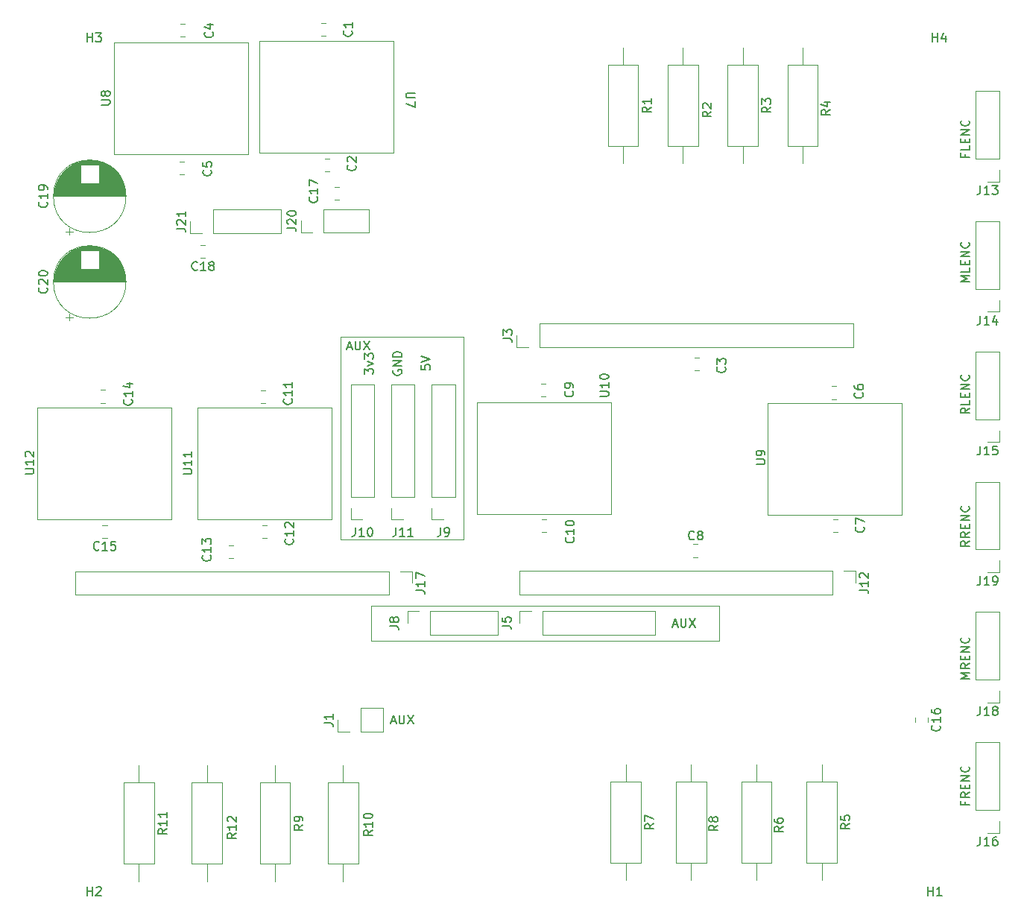
<source format=gbr>
%TF.GenerationSoftware,KiCad,Pcbnew,(6.0.10)*%
%TF.CreationDate,2022-12-29T21:48:34+01:00*%
%TF.ProjectId,Driver,44726976-6572-42e6-9b69-6361645f7063,1.0*%
%TF.SameCoordinates,Original*%
%TF.FileFunction,Legend,Top*%
%TF.FilePolarity,Positive*%
%FSLAX46Y46*%
G04 Gerber Fmt 4.6, Leading zero omitted, Abs format (unit mm)*
G04 Created by KiCad (PCBNEW (6.0.10)) date 2022-12-29 21:48:34*
%MOMM*%
%LPD*%
G01*
G04 APERTURE LIST*
%ADD10C,0.120000*%
%ADD11C,0.150000*%
G04 APERTURE END LIST*
D10*
X156500000Y-120500000D02*
X196000000Y-120500000D01*
X196000000Y-120500000D02*
X196000000Y-124500000D01*
X196000000Y-124500000D02*
X156500000Y-124500000D01*
X156500000Y-124500000D02*
X156500000Y-120500000D01*
X153000000Y-113000000D02*
X167000000Y-113000000D01*
X167000000Y-113000000D02*
X167000000Y-90000000D01*
X167000000Y-90000000D02*
X153000000Y-90000000D01*
X153000000Y-90000000D02*
X153000000Y-113000000D01*
D11*
X223928571Y-142833333D02*
X223928571Y-143166666D01*
X224452380Y-143166666D02*
X223452380Y-143166666D01*
X223452380Y-142690476D01*
X224452380Y-141738095D02*
X223976190Y-142071428D01*
X224452380Y-142309523D02*
X223452380Y-142309523D01*
X223452380Y-141928571D01*
X223500000Y-141833333D01*
X223547619Y-141785714D01*
X223642857Y-141738095D01*
X223785714Y-141738095D01*
X223880952Y-141785714D01*
X223928571Y-141833333D01*
X223976190Y-141928571D01*
X223976190Y-142309523D01*
X223928571Y-141309523D02*
X223928571Y-140976190D01*
X224452380Y-140833333D02*
X224452380Y-141309523D01*
X223452380Y-141309523D01*
X223452380Y-140833333D01*
X224452380Y-140404761D02*
X223452380Y-140404761D01*
X224452380Y-139833333D01*
X223452380Y-139833333D01*
X224357142Y-138785714D02*
X224404761Y-138833333D01*
X224452380Y-138976190D01*
X224452380Y-139071428D01*
X224404761Y-139214285D01*
X224309523Y-139309523D01*
X224214285Y-139357142D01*
X224023809Y-139404761D01*
X223880952Y-139404761D01*
X223690476Y-139357142D01*
X223595238Y-139309523D01*
X223500000Y-139214285D01*
X223452380Y-139071428D01*
X223452380Y-138976190D01*
X223500000Y-138833333D01*
X223547619Y-138785714D01*
X158761904Y-133666666D02*
X159238095Y-133666666D01*
X158666666Y-133952380D02*
X159000000Y-132952380D01*
X159333333Y-133952380D01*
X159666666Y-132952380D02*
X159666666Y-133761904D01*
X159714285Y-133857142D01*
X159761904Y-133904761D01*
X159857142Y-133952380D01*
X160047619Y-133952380D01*
X160142857Y-133904761D01*
X160190476Y-133857142D01*
X160238095Y-133761904D01*
X160238095Y-132952380D01*
X160619047Y-132952380D02*
X161285714Y-133952380D01*
X161285714Y-132952380D02*
X160619047Y-133952380D01*
X223928571Y-69238095D02*
X223928571Y-69571428D01*
X224452380Y-69571428D02*
X223452380Y-69571428D01*
X223452380Y-69095238D01*
X224452380Y-68238095D02*
X224452380Y-68714285D01*
X223452380Y-68714285D01*
X223928571Y-67904761D02*
X223928571Y-67571428D01*
X224452380Y-67428571D02*
X224452380Y-67904761D01*
X223452380Y-67904761D01*
X223452380Y-67428571D01*
X224452380Y-67000000D02*
X223452380Y-67000000D01*
X224452380Y-66428571D01*
X223452380Y-66428571D01*
X224357142Y-65380952D02*
X224404761Y-65428571D01*
X224452380Y-65571428D01*
X224452380Y-65666666D01*
X224404761Y-65809523D01*
X224309523Y-65904761D01*
X224214285Y-65952380D01*
X224023809Y-66000000D01*
X223880952Y-66000000D01*
X223690476Y-65952380D01*
X223595238Y-65904761D01*
X223500000Y-65809523D01*
X223452380Y-65666666D01*
X223452380Y-65571428D01*
X223500000Y-65428571D01*
X223547619Y-65380952D01*
X155732380Y-94190476D02*
X155732380Y-93571428D01*
X156113333Y-93904761D01*
X156113333Y-93761904D01*
X156160952Y-93666666D01*
X156208571Y-93619047D01*
X156303809Y-93571428D01*
X156541904Y-93571428D01*
X156637142Y-93619047D01*
X156684761Y-93666666D01*
X156732380Y-93761904D01*
X156732380Y-94047619D01*
X156684761Y-94142857D01*
X156637142Y-94190476D01*
X156065714Y-93238095D02*
X156732380Y-93000000D01*
X156065714Y-92761904D01*
X155732380Y-92476190D02*
X155732380Y-91857142D01*
X156113333Y-92190476D01*
X156113333Y-92047619D01*
X156160952Y-91952380D01*
X156208571Y-91904761D01*
X156303809Y-91857142D01*
X156541904Y-91857142D01*
X156637142Y-91904761D01*
X156684761Y-91952380D01*
X156732380Y-92047619D01*
X156732380Y-92333333D01*
X156684761Y-92428571D01*
X156637142Y-92476190D01*
X159000000Y-93761904D02*
X158952380Y-93857142D01*
X158952380Y-94000000D01*
X159000000Y-94142857D01*
X159095238Y-94238095D01*
X159190476Y-94285714D01*
X159380952Y-94333333D01*
X159523809Y-94333333D01*
X159714285Y-94285714D01*
X159809523Y-94238095D01*
X159904761Y-94142857D01*
X159952380Y-94000000D01*
X159952380Y-93904761D01*
X159904761Y-93761904D01*
X159857142Y-93714285D01*
X159523809Y-93714285D01*
X159523809Y-93904761D01*
X159952380Y-93285714D02*
X158952380Y-93285714D01*
X159952380Y-92714285D01*
X158952380Y-92714285D01*
X159952380Y-92238095D02*
X158952380Y-92238095D01*
X158952380Y-92000000D01*
X159000000Y-91857142D01*
X159095238Y-91761904D01*
X159190476Y-91714285D01*
X159380952Y-91666666D01*
X159523809Y-91666666D01*
X159714285Y-91714285D01*
X159809523Y-91761904D01*
X159904761Y-91857142D01*
X159952380Y-92000000D01*
X159952380Y-92238095D01*
X162172380Y-93190476D02*
X162172380Y-93666666D01*
X162648571Y-93714285D01*
X162600952Y-93666666D01*
X162553333Y-93571428D01*
X162553333Y-93333333D01*
X162600952Y-93238095D01*
X162648571Y-93190476D01*
X162743809Y-93142857D01*
X162981904Y-93142857D01*
X163077142Y-93190476D01*
X163124761Y-93238095D01*
X163172380Y-93333333D01*
X163172380Y-93571428D01*
X163124761Y-93666666D01*
X163077142Y-93714285D01*
X162172380Y-92857142D02*
X163172380Y-92523809D01*
X162172380Y-92190476D01*
X190761904Y-122666666D02*
X191238095Y-122666666D01*
X190666666Y-122952380D02*
X191000000Y-121952380D01*
X191333333Y-122952380D01*
X191666666Y-121952380D02*
X191666666Y-122761904D01*
X191714285Y-122857142D01*
X191761904Y-122904761D01*
X191857142Y-122952380D01*
X192047619Y-122952380D01*
X192142857Y-122904761D01*
X192190476Y-122857142D01*
X192238095Y-122761904D01*
X192238095Y-121952380D01*
X192619047Y-121952380D02*
X193285714Y-122952380D01*
X193285714Y-121952380D02*
X192619047Y-122952380D01*
X224452380Y-128809523D02*
X223452380Y-128809523D01*
X224166666Y-128476190D01*
X223452380Y-128142857D01*
X224452380Y-128142857D01*
X224452380Y-127095238D02*
X223976190Y-127428571D01*
X224452380Y-127666666D02*
X223452380Y-127666666D01*
X223452380Y-127285714D01*
X223500000Y-127190476D01*
X223547619Y-127142857D01*
X223642857Y-127095238D01*
X223785714Y-127095238D01*
X223880952Y-127142857D01*
X223928571Y-127190476D01*
X223976190Y-127285714D01*
X223976190Y-127666666D01*
X223928571Y-126666666D02*
X223928571Y-126333333D01*
X224452380Y-126190476D02*
X224452380Y-126666666D01*
X223452380Y-126666666D01*
X223452380Y-126190476D01*
X224452380Y-125761904D02*
X223452380Y-125761904D01*
X224452380Y-125190476D01*
X223452380Y-125190476D01*
X224357142Y-124142857D02*
X224404761Y-124190476D01*
X224452380Y-124333333D01*
X224452380Y-124428571D01*
X224404761Y-124571428D01*
X224309523Y-124666666D01*
X224214285Y-124714285D01*
X224023809Y-124761904D01*
X223880952Y-124761904D01*
X223690476Y-124714285D01*
X223595238Y-124666666D01*
X223500000Y-124571428D01*
X223452380Y-124428571D01*
X223452380Y-124333333D01*
X223500000Y-124190476D01*
X223547619Y-124142857D01*
X224452380Y-83714285D02*
X223452380Y-83714285D01*
X224166666Y-83380952D01*
X223452380Y-83047619D01*
X224452380Y-83047619D01*
X224452380Y-82095238D02*
X224452380Y-82571428D01*
X223452380Y-82571428D01*
X223928571Y-81761904D02*
X223928571Y-81428571D01*
X224452380Y-81285714D02*
X224452380Y-81761904D01*
X223452380Y-81761904D01*
X223452380Y-81285714D01*
X224452380Y-80857142D02*
X223452380Y-80857142D01*
X224452380Y-80285714D01*
X223452380Y-80285714D01*
X224357142Y-79238095D02*
X224404761Y-79285714D01*
X224452380Y-79428571D01*
X224452380Y-79523809D01*
X224404761Y-79666666D01*
X224309523Y-79761904D01*
X224214285Y-79809523D01*
X224023809Y-79857142D01*
X223880952Y-79857142D01*
X223690476Y-79809523D01*
X223595238Y-79761904D01*
X223500000Y-79666666D01*
X223452380Y-79523809D01*
X223452380Y-79428571D01*
X223500000Y-79285714D01*
X223547619Y-79238095D01*
X224452380Y-113166666D02*
X223976190Y-113500000D01*
X224452380Y-113738095D02*
X223452380Y-113738095D01*
X223452380Y-113357142D01*
X223500000Y-113261904D01*
X223547619Y-113214285D01*
X223642857Y-113166666D01*
X223785714Y-113166666D01*
X223880952Y-113214285D01*
X223928571Y-113261904D01*
X223976190Y-113357142D01*
X223976190Y-113738095D01*
X224452380Y-112166666D02*
X223976190Y-112500000D01*
X224452380Y-112738095D02*
X223452380Y-112738095D01*
X223452380Y-112357142D01*
X223500000Y-112261904D01*
X223547619Y-112214285D01*
X223642857Y-112166666D01*
X223785714Y-112166666D01*
X223880952Y-112214285D01*
X223928571Y-112261904D01*
X223976190Y-112357142D01*
X223976190Y-112738095D01*
X223928571Y-111738095D02*
X223928571Y-111404761D01*
X224452380Y-111261904D02*
X224452380Y-111738095D01*
X223452380Y-111738095D01*
X223452380Y-111261904D01*
X224452380Y-110833333D02*
X223452380Y-110833333D01*
X224452380Y-110261904D01*
X223452380Y-110261904D01*
X224357142Y-109214285D02*
X224404761Y-109261904D01*
X224452380Y-109404761D01*
X224452380Y-109500000D01*
X224404761Y-109642857D01*
X224309523Y-109738095D01*
X224214285Y-109785714D01*
X224023809Y-109833333D01*
X223880952Y-109833333D01*
X223690476Y-109785714D01*
X223595238Y-109738095D01*
X223500000Y-109642857D01*
X223452380Y-109500000D01*
X223452380Y-109404761D01*
X223500000Y-109261904D01*
X223547619Y-109214285D01*
X224452380Y-98071428D02*
X223976190Y-98404761D01*
X224452380Y-98642857D02*
X223452380Y-98642857D01*
X223452380Y-98261904D01*
X223500000Y-98166666D01*
X223547619Y-98119047D01*
X223642857Y-98071428D01*
X223785714Y-98071428D01*
X223880952Y-98119047D01*
X223928571Y-98166666D01*
X223976190Y-98261904D01*
X223976190Y-98642857D01*
X224452380Y-97166666D02*
X224452380Y-97642857D01*
X223452380Y-97642857D01*
X223928571Y-96833333D02*
X223928571Y-96500000D01*
X224452380Y-96357142D02*
X224452380Y-96833333D01*
X223452380Y-96833333D01*
X223452380Y-96357142D01*
X224452380Y-95928571D02*
X223452380Y-95928571D01*
X224452380Y-95357142D01*
X223452380Y-95357142D01*
X224357142Y-94309523D02*
X224404761Y-94357142D01*
X224452380Y-94500000D01*
X224452380Y-94595238D01*
X224404761Y-94738095D01*
X224309523Y-94833333D01*
X224214285Y-94880952D01*
X224023809Y-94928571D01*
X223880952Y-94928571D01*
X223690476Y-94880952D01*
X223595238Y-94833333D01*
X223500000Y-94738095D01*
X223452380Y-94595238D01*
X223452380Y-94500000D01*
X223500000Y-94357142D01*
X223547619Y-94309523D01*
X153761904Y-91166666D02*
X154238095Y-91166666D01*
X153666666Y-91452380D02*
X154000000Y-90452380D01*
X154333333Y-91452380D01*
X154666666Y-90452380D02*
X154666666Y-91261904D01*
X154714285Y-91357142D01*
X154761904Y-91404761D01*
X154857142Y-91452380D01*
X155047619Y-91452380D01*
X155142857Y-91404761D01*
X155190476Y-91357142D01*
X155238095Y-91261904D01*
X155238095Y-90452380D01*
X155619047Y-90452380D02*
X156285714Y-91452380D01*
X156285714Y-90452380D02*
X155619047Y-91452380D01*
%TO.C,U9*%
X200212380Y-104461904D02*
X201021904Y-104461904D01*
X201117142Y-104414285D01*
X201164761Y-104366666D01*
X201212380Y-104271428D01*
X201212380Y-104080952D01*
X201164761Y-103985714D01*
X201117142Y-103938095D01*
X201021904Y-103890476D01*
X200212380Y-103890476D01*
X201212380Y-103366666D02*
X201212380Y-103176190D01*
X201164761Y-103080952D01*
X201117142Y-103033333D01*
X200974285Y-102938095D01*
X200783809Y-102890476D01*
X200402857Y-102890476D01*
X200307619Y-102938095D01*
X200260000Y-102985714D01*
X200212380Y-103080952D01*
X200212380Y-103271428D01*
X200260000Y-103366666D01*
X200307619Y-103414285D01*
X200402857Y-103461904D01*
X200640952Y-103461904D01*
X200736190Y-103414285D01*
X200783809Y-103366666D01*
X200831428Y-103271428D01*
X200831428Y-103080952D01*
X200783809Y-102985714D01*
X200736190Y-102938095D01*
X200640952Y-102890476D01*
%TO.C,J16*%
X225690476Y-146782380D02*
X225690476Y-147496666D01*
X225642857Y-147639523D01*
X225547619Y-147734761D01*
X225404761Y-147782380D01*
X225309523Y-147782380D01*
X226690476Y-147782380D02*
X226119047Y-147782380D01*
X226404761Y-147782380D02*
X226404761Y-146782380D01*
X226309523Y-146925238D01*
X226214285Y-147020476D01*
X226119047Y-147068095D01*
X227547619Y-146782380D02*
X227357142Y-146782380D01*
X227261904Y-146830000D01*
X227214285Y-146877619D01*
X227119047Y-147020476D01*
X227071428Y-147210952D01*
X227071428Y-147591904D01*
X227119047Y-147687142D01*
X227166666Y-147734761D01*
X227261904Y-147782380D01*
X227452380Y-147782380D01*
X227547619Y-147734761D01*
X227595238Y-147687142D01*
X227642857Y-147591904D01*
X227642857Y-147353809D01*
X227595238Y-147258571D01*
X227547619Y-147210952D01*
X227452380Y-147163333D01*
X227261904Y-147163333D01*
X227166666Y-147210952D01*
X227119047Y-147258571D01*
X227071428Y-147353809D01*
%TO.C,C14*%
X129247142Y-97102857D02*
X129294761Y-97150476D01*
X129342380Y-97293333D01*
X129342380Y-97388571D01*
X129294761Y-97531428D01*
X129199523Y-97626666D01*
X129104285Y-97674285D01*
X128913809Y-97721904D01*
X128770952Y-97721904D01*
X128580476Y-97674285D01*
X128485238Y-97626666D01*
X128390000Y-97531428D01*
X128342380Y-97388571D01*
X128342380Y-97293333D01*
X128390000Y-97150476D01*
X128437619Y-97102857D01*
X129342380Y-96150476D02*
X129342380Y-96721904D01*
X129342380Y-96436190D02*
X128342380Y-96436190D01*
X128485238Y-96531428D01*
X128580476Y-96626666D01*
X128628095Y-96721904D01*
X128675714Y-95293333D02*
X129342380Y-95293333D01*
X128294761Y-95531428D02*
X129009047Y-95769523D01*
X129009047Y-95150476D01*
%TO.C,C1*%
X154234642Y-55196666D02*
X154282261Y-55244285D01*
X154329880Y-55387142D01*
X154329880Y-55482380D01*
X154282261Y-55625238D01*
X154187023Y-55720476D01*
X154091785Y-55768095D01*
X153901309Y-55815714D01*
X153758452Y-55815714D01*
X153567976Y-55768095D01*
X153472738Y-55720476D01*
X153377500Y-55625238D01*
X153329880Y-55482380D01*
X153329880Y-55387142D01*
X153377500Y-55244285D01*
X153425119Y-55196666D01*
X154329880Y-54244285D02*
X154329880Y-54815714D01*
X154329880Y-54530000D02*
X153329880Y-54530000D01*
X153472738Y-54625238D01*
X153567976Y-54720476D01*
X153615595Y-54815714D01*
%TO.C,H1*%
X219738095Y-153452380D02*
X219738095Y-152452380D01*
X219738095Y-152928571D02*
X220309523Y-152928571D01*
X220309523Y-153452380D02*
X220309523Y-152452380D01*
X221309523Y-153452380D02*
X220738095Y-153452380D01*
X221023809Y-153452380D02*
X221023809Y-152452380D01*
X220928571Y-152595238D01*
X220833333Y-152690476D01*
X220738095Y-152738095D01*
%TO.C,J10*%
X154680476Y-111642380D02*
X154680476Y-112356666D01*
X154632857Y-112499523D01*
X154537619Y-112594761D01*
X154394761Y-112642380D01*
X154299523Y-112642380D01*
X155680476Y-112642380D02*
X155109047Y-112642380D01*
X155394761Y-112642380D02*
X155394761Y-111642380D01*
X155299523Y-111785238D01*
X155204285Y-111880476D01*
X155109047Y-111928095D01*
X156299523Y-111642380D02*
X156394761Y-111642380D01*
X156490000Y-111690000D01*
X156537619Y-111737619D01*
X156585238Y-111832857D01*
X156632857Y-112023333D01*
X156632857Y-112261428D01*
X156585238Y-112451904D01*
X156537619Y-112547142D01*
X156490000Y-112594761D01*
X156394761Y-112642380D01*
X156299523Y-112642380D01*
X156204285Y-112594761D01*
X156156666Y-112547142D01*
X156109047Y-112451904D01*
X156061428Y-112261428D01*
X156061428Y-112023333D01*
X156109047Y-111832857D01*
X156156666Y-111737619D01*
X156204285Y-111690000D01*
X156299523Y-111642380D01*
%TO.C,C15*%
X125557142Y-114137142D02*
X125509523Y-114184761D01*
X125366666Y-114232380D01*
X125271428Y-114232380D01*
X125128571Y-114184761D01*
X125033333Y-114089523D01*
X124985714Y-113994285D01*
X124938095Y-113803809D01*
X124938095Y-113660952D01*
X124985714Y-113470476D01*
X125033333Y-113375238D01*
X125128571Y-113280000D01*
X125271428Y-113232380D01*
X125366666Y-113232380D01*
X125509523Y-113280000D01*
X125557142Y-113327619D01*
X126509523Y-114232380D02*
X125938095Y-114232380D01*
X126223809Y-114232380D02*
X126223809Y-113232380D01*
X126128571Y-113375238D01*
X126033333Y-113470476D01*
X125938095Y-113518095D01*
X127414285Y-113232380D02*
X126938095Y-113232380D01*
X126890476Y-113708571D01*
X126938095Y-113660952D01*
X127033333Y-113613333D01*
X127271428Y-113613333D01*
X127366666Y-113660952D01*
X127414285Y-113708571D01*
X127461904Y-113803809D01*
X127461904Y-114041904D01*
X127414285Y-114137142D01*
X127366666Y-114184761D01*
X127271428Y-114232380D01*
X127033333Y-114232380D01*
X126938095Y-114184761D01*
X126890476Y-114137142D01*
%TO.C,U8*%
X125802380Y-63601904D02*
X126611904Y-63601904D01*
X126707142Y-63554285D01*
X126754761Y-63506666D01*
X126802380Y-63411428D01*
X126802380Y-63220952D01*
X126754761Y-63125714D01*
X126707142Y-63078095D01*
X126611904Y-63030476D01*
X125802380Y-63030476D01*
X126230952Y-62411428D02*
X126183333Y-62506666D01*
X126135714Y-62554285D01*
X126040476Y-62601904D01*
X125992857Y-62601904D01*
X125897619Y-62554285D01*
X125850000Y-62506666D01*
X125802380Y-62411428D01*
X125802380Y-62220952D01*
X125850000Y-62125714D01*
X125897619Y-62078095D01*
X125992857Y-62030476D01*
X126040476Y-62030476D01*
X126135714Y-62078095D01*
X126183333Y-62125714D01*
X126230952Y-62220952D01*
X126230952Y-62411428D01*
X126278571Y-62506666D01*
X126326190Y-62554285D01*
X126421428Y-62601904D01*
X126611904Y-62601904D01*
X126707142Y-62554285D01*
X126754761Y-62506666D01*
X126802380Y-62411428D01*
X126802380Y-62220952D01*
X126754761Y-62125714D01*
X126707142Y-62078095D01*
X126611904Y-62030476D01*
X126421428Y-62030476D01*
X126326190Y-62078095D01*
X126278571Y-62125714D01*
X126230952Y-62220952D01*
%TO.C,C8*%
X193173333Y-112937142D02*
X193125714Y-112984761D01*
X192982857Y-113032380D01*
X192887619Y-113032380D01*
X192744761Y-112984761D01*
X192649523Y-112889523D01*
X192601904Y-112794285D01*
X192554285Y-112603809D01*
X192554285Y-112460952D01*
X192601904Y-112270476D01*
X192649523Y-112175238D01*
X192744761Y-112080000D01*
X192887619Y-112032380D01*
X192982857Y-112032380D01*
X193125714Y-112080000D01*
X193173333Y-112127619D01*
X193744761Y-112460952D02*
X193649523Y-112413333D01*
X193601904Y-112365714D01*
X193554285Y-112270476D01*
X193554285Y-112222857D01*
X193601904Y-112127619D01*
X193649523Y-112080000D01*
X193744761Y-112032380D01*
X193935238Y-112032380D01*
X194030476Y-112080000D01*
X194078095Y-112127619D01*
X194125714Y-112222857D01*
X194125714Y-112270476D01*
X194078095Y-112365714D01*
X194030476Y-112413333D01*
X193935238Y-112460952D01*
X193744761Y-112460952D01*
X193649523Y-112508571D01*
X193601904Y-112556190D01*
X193554285Y-112651428D01*
X193554285Y-112841904D01*
X193601904Y-112937142D01*
X193649523Y-112984761D01*
X193744761Y-113032380D01*
X193935238Y-113032380D01*
X194030476Y-112984761D01*
X194078095Y-112937142D01*
X194125714Y-112841904D01*
X194125714Y-112651428D01*
X194078095Y-112556190D01*
X194030476Y-112508571D01*
X193935238Y-112460952D01*
%TO.C,J20*%
X146947380Y-77599523D02*
X147661666Y-77599523D01*
X147804523Y-77647142D01*
X147899761Y-77742380D01*
X147947380Y-77885238D01*
X147947380Y-77980476D01*
X147042619Y-77170952D02*
X146995000Y-77123333D01*
X146947380Y-77028095D01*
X146947380Y-76790000D01*
X146995000Y-76694761D01*
X147042619Y-76647142D01*
X147137857Y-76599523D01*
X147233095Y-76599523D01*
X147375952Y-76647142D01*
X147947380Y-77218571D01*
X147947380Y-76599523D01*
X146947380Y-75980476D02*
X146947380Y-75885238D01*
X146995000Y-75790000D01*
X147042619Y-75742380D01*
X147137857Y-75694761D01*
X147328333Y-75647142D01*
X147566428Y-75647142D01*
X147756904Y-75694761D01*
X147852142Y-75742380D01*
X147899761Y-75790000D01*
X147947380Y-75885238D01*
X147947380Y-75980476D01*
X147899761Y-76075714D01*
X147852142Y-76123333D01*
X147756904Y-76170952D01*
X147566428Y-76218571D01*
X147328333Y-76218571D01*
X147137857Y-76170952D01*
X147042619Y-76123333D01*
X146995000Y-76075714D01*
X146947380Y-75980476D01*
%TO.C,C6*%
X212267142Y-96336666D02*
X212314761Y-96384285D01*
X212362380Y-96527142D01*
X212362380Y-96622380D01*
X212314761Y-96765238D01*
X212219523Y-96860476D01*
X212124285Y-96908095D01*
X211933809Y-96955714D01*
X211790952Y-96955714D01*
X211600476Y-96908095D01*
X211505238Y-96860476D01*
X211410000Y-96765238D01*
X211362380Y-96622380D01*
X211362380Y-96527142D01*
X211410000Y-96384285D01*
X211457619Y-96336666D01*
X211362380Y-95479523D02*
X211362380Y-95670000D01*
X211410000Y-95765238D01*
X211457619Y-95812857D01*
X211600476Y-95908095D01*
X211790952Y-95955714D01*
X212171904Y-95955714D01*
X212267142Y-95908095D01*
X212314761Y-95860476D01*
X212362380Y-95765238D01*
X212362380Y-95574761D01*
X212314761Y-95479523D01*
X212267142Y-95431904D01*
X212171904Y-95384285D01*
X211933809Y-95384285D01*
X211838571Y-95431904D01*
X211790952Y-95479523D01*
X211743333Y-95574761D01*
X211743333Y-95765238D01*
X211790952Y-95860476D01*
X211838571Y-95908095D01*
X211933809Y-95955714D01*
%TO.C,C20*%
X119607142Y-84382857D02*
X119654761Y-84430476D01*
X119702380Y-84573333D01*
X119702380Y-84668571D01*
X119654761Y-84811428D01*
X119559523Y-84906666D01*
X119464285Y-84954285D01*
X119273809Y-85001904D01*
X119130952Y-85001904D01*
X118940476Y-84954285D01*
X118845238Y-84906666D01*
X118750000Y-84811428D01*
X118702380Y-84668571D01*
X118702380Y-84573333D01*
X118750000Y-84430476D01*
X118797619Y-84382857D01*
X118797619Y-84001904D02*
X118750000Y-83954285D01*
X118702380Y-83859047D01*
X118702380Y-83620952D01*
X118750000Y-83525714D01*
X118797619Y-83478095D01*
X118892857Y-83430476D01*
X118988095Y-83430476D01*
X119130952Y-83478095D01*
X119702380Y-84049523D01*
X119702380Y-83430476D01*
X118702380Y-82811428D02*
X118702380Y-82716190D01*
X118750000Y-82620952D01*
X118797619Y-82573333D01*
X118892857Y-82525714D01*
X119083333Y-82478095D01*
X119321428Y-82478095D01*
X119511904Y-82525714D01*
X119607142Y-82573333D01*
X119654761Y-82620952D01*
X119702380Y-82716190D01*
X119702380Y-82811428D01*
X119654761Y-82906666D01*
X119607142Y-82954285D01*
X119511904Y-83001904D01*
X119321428Y-83049523D01*
X119083333Y-83049523D01*
X118892857Y-83001904D01*
X118797619Y-82954285D01*
X118750000Y-82906666D01*
X118702380Y-82811428D01*
%TO.C,R7*%
X188582380Y-145296666D02*
X188106190Y-145630000D01*
X188582380Y-145868095D02*
X187582380Y-145868095D01*
X187582380Y-145487142D01*
X187630000Y-145391904D01*
X187677619Y-145344285D01*
X187772857Y-145296666D01*
X187915714Y-145296666D01*
X188010952Y-145344285D01*
X188058571Y-145391904D01*
X188106190Y-145487142D01*
X188106190Y-145868095D01*
X187582380Y-144963333D02*
X187582380Y-144296666D01*
X188582380Y-144725238D01*
%TO.C,J15*%
X225690476Y-102382380D02*
X225690476Y-103096666D01*
X225642857Y-103239523D01*
X225547619Y-103334761D01*
X225404761Y-103382380D01*
X225309523Y-103382380D01*
X226690476Y-103382380D02*
X226119047Y-103382380D01*
X226404761Y-103382380D02*
X226404761Y-102382380D01*
X226309523Y-102525238D01*
X226214285Y-102620476D01*
X226119047Y-102668095D01*
X227595238Y-102382380D02*
X227119047Y-102382380D01*
X227071428Y-102858571D01*
X227119047Y-102810952D01*
X227214285Y-102763333D01*
X227452380Y-102763333D01*
X227547619Y-102810952D01*
X227595238Y-102858571D01*
X227642857Y-102953809D01*
X227642857Y-103191904D01*
X227595238Y-103287142D01*
X227547619Y-103334761D01*
X227452380Y-103382380D01*
X227214285Y-103382380D01*
X227119047Y-103334761D01*
X227071428Y-103287142D01*
%TO.C,J21*%
X134372380Y-77659523D02*
X135086666Y-77659523D01*
X135229523Y-77707142D01*
X135324761Y-77802380D01*
X135372380Y-77945238D01*
X135372380Y-78040476D01*
X134467619Y-77230952D02*
X134420000Y-77183333D01*
X134372380Y-77088095D01*
X134372380Y-76850000D01*
X134420000Y-76754761D01*
X134467619Y-76707142D01*
X134562857Y-76659523D01*
X134658095Y-76659523D01*
X134800952Y-76707142D01*
X135372380Y-77278571D01*
X135372380Y-76659523D01*
X135372380Y-75707142D02*
X135372380Y-76278571D01*
X135372380Y-75992857D02*
X134372380Y-75992857D01*
X134515238Y-76088095D01*
X134610476Y-76183333D01*
X134658095Y-76278571D01*
%TO.C,R6*%
X203262380Y-145606666D02*
X202786190Y-145940000D01*
X203262380Y-146178095D02*
X202262380Y-146178095D01*
X202262380Y-145797142D01*
X202310000Y-145701904D01*
X202357619Y-145654285D01*
X202452857Y-145606666D01*
X202595714Y-145606666D01*
X202690952Y-145654285D01*
X202738571Y-145701904D01*
X202786190Y-145797142D01*
X202786190Y-146178095D01*
X202262380Y-144749523D02*
X202262380Y-144940000D01*
X202310000Y-145035238D01*
X202357619Y-145082857D01*
X202500476Y-145178095D01*
X202690952Y-145225714D01*
X203071904Y-145225714D01*
X203167142Y-145178095D01*
X203214761Y-145130476D01*
X203262380Y-145035238D01*
X203262380Y-144844761D01*
X203214761Y-144749523D01*
X203167142Y-144701904D01*
X203071904Y-144654285D01*
X202833809Y-144654285D01*
X202738571Y-144701904D01*
X202690952Y-144749523D01*
X202643333Y-144844761D01*
X202643333Y-145035238D01*
X202690952Y-145130476D01*
X202738571Y-145178095D01*
X202833809Y-145225714D01*
%TO.C,J3*%
X171472380Y-90143333D02*
X172186666Y-90143333D01*
X172329523Y-90190952D01*
X172424761Y-90286190D01*
X172472380Y-90429047D01*
X172472380Y-90524285D01*
X171472380Y-89762380D02*
X171472380Y-89143333D01*
X171853333Y-89476666D01*
X171853333Y-89333809D01*
X171900952Y-89238571D01*
X171948571Y-89190952D01*
X172043809Y-89143333D01*
X172281904Y-89143333D01*
X172377142Y-89190952D01*
X172424761Y-89238571D01*
X172472380Y-89333809D01*
X172472380Y-89619523D01*
X172424761Y-89714761D01*
X172377142Y-89762380D01*
%TO.C,J19*%
X225690476Y-117182380D02*
X225690476Y-117896666D01*
X225642857Y-118039523D01*
X225547619Y-118134761D01*
X225404761Y-118182380D01*
X225309523Y-118182380D01*
X226690476Y-118182380D02*
X226119047Y-118182380D01*
X226404761Y-118182380D02*
X226404761Y-117182380D01*
X226309523Y-117325238D01*
X226214285Y-117420476D01*
X226119047Y-117468095D01*
X227166666Y-118182380D02*
X227357142Y-118182380D01*
X227452380Y-118134761D01*
X227500000Y-118087142D01*
X227595238Y-117944285D01*
X227642857Y-117753809D01*
X227642857Y-117372857D01*
X227595238Y-117277619D01*
X227547619Y-117230000D01*
X227452380Y-117182380D01*
X227261904Y-117182380D01*
X227166666Y-117230000D01*
X227119047Y-117277619D01*
X227071428Y-117372857D01*
X227071428Y-117610952D01*
X227119047Y-117706190D01*
X227166666Y-117753809D01*
X227261904Y-117801428D01*
X227452380Y-117801428D01*
X227547619Y-117753809D01*
X227595238Y-117706190D01*
X227642857Y-117610952D01*
%TO.C,J18*%
X225690476Y-131982380D02*
X225690476Y-132696666D01*
X225642857Y-132839523D01*
X225547619Y-132934761D01*
X225404761Y-132982380D01*
X225309523Y-132982380D01*
X226690476Y-132982380D02*
X226119047Y-132982380D01*
X226404761Y-132982380D02*
X226404761Y-131982380D01*
X226309523Y-132125238D01*
X226214285Y-132220476D01*
X226119047Y-132268095D01*
X227261904Y-132410952D02*
X227166666Y-132363333D01*
X227119047Y-132315714D01*
X227071428Y-132220476D01*
X227071428Y-132172857D01*
X227119047Y-132077619D01*
X227166666Y-132030000D01*
X227261904Y-131982380D01*
X227452380Y-131982380D01*
X227547619Y-132030000D01*
X227595238Y-132077619D01*
X227642857Y-132172857D01*
X227642857Y-132220476D01*
X227595238Y-132315714D01*
X227547619Y-132363333D01*
X227452380Y-132410952D01*
X227261904Y-132410952D01*
X227166666Y-132458571D01*
X227119047Y-132506190D01*
X227071428Y-132601428D01*
X227071428Y-132791904D01*
X227119047Y-132887142D01*
X227166666Y-132934761D01*
X227261904Y-132982380D01*
X227452380Y-132982380D01*
X227547619Y-132934761D01*
X227595238Y-132887142D01*
X227642857Y-132791904D01*
X227642857Y-132601428D01*
X227595238Y-132506190D01*
X227547619Y-132458571D01*
X227452380Y-132410952D01*
%TO.C,C17*%
X150317142Y-74072857D02*
X150364761Y-74120476D01*
X150412380Y-74263333D01*
X150412380Y-74358571D01*
X150364761Y-74501428D01*
X150269523Y-74596666D01*
X150174285Y-74644285D01*
X149983809Y-74691904D01*
X149840952Y-74691904D01*
X149650476Y-74644285D01*
X149555238Y-74596666D01*
X149460000Y-74501428D01*
X149412380Y-74358571D01*
X149412380Y-74263333D01*
X149460000Y-74120476D01*
X149507619Y-74072857D01*
X150412380Y-73120476D02*
X150412380Y-73691904D01*
X150412380Y-73406190D02*
X149412380Y-73406190D01*
X149555238Y-73501428D01*
X149650476Y-73596666D01*
X149698095Y-73691904D01*
X149412380Y-72787142D02*
X149412380Y-72120476D01*
X150412380Y-72549047D01*
%TO.C,R2*%
X195112380Y-64366666D02*
X194636190Y-64700000D01*
X195112380Y-64938095D02*
X194112380Y-64938095D01*
X194112380Y-64557142D01*
X194160000Y-64461904D01*
X194207619Y-64414285D01*
X194302857Y-64366666D01*
X194445714Y-64366666D01*
X194540952Y-64414285D01*
X194588571Y-64461904D01*
X194636190Y-64557142D01*
X194636190Y-64938095D01*
X194207619Y-63985714D02*
X194160000Y-63938095D01*
X194112380Y-63842857D01*
X194112380Y-63604761D01*
X194160000Y-63509523D01*
X194207619Y-63461904D01*
X194302857Y-63414285D01*
X194398095Y-63414285D01*
X194540952Y-63461904D01*
X195112380Y-64033333D01*
X195112380Y-63414285D01*
%TO.C,R9*%
X148725712Y-145416666D02*
X148249522Y-145750000D01*
X148725712Y-145988095D02*
X147725712Y-145988095D01*
X147725712Y-145607142D01*
X147773332Y-145511904D01*
X147820951Y-145464285D01*
X147916189Y-145416666D01*
X148059046Y-145416666D01*
X148154284Y-145464285D01*
X148201903Y-145511904D01*
X148249522Y-145607142D01*
X148249522Y-145988095D01*
X148725712Y-144940476D02*
X148725712Y-144750000D01*
X148678093Y-144654761D01*
X148630474Y-144607142D01*
X148487617Y-144511904D01*
X148297141Y-144464285D01*
X147916189Y-144464285D01*
X147820951Y-144511904D01*
X147773332Y-144559523D01*
X147725712Y-144654761D01*
X147725712Y-144845238D01*
X147773332Y-144940476D01*
X147820951Y-144988095D01*
X147916189Y-145035714D01*
X148154284Y-145035714D01*
X148249522Y-144988095D01*
X148297141Y-144940476D01*
X148344760Y-144845238D01*
X148344760Y-144654761D01*
X148297141Y-144559523D01*
X148249522Y-144511904D01*
X148154284Y-144464285D01*
%TO.C,R4*%
X208602380Y-64176666D02*
X208126190Y-64510000D01*
X208602380Y-64748095D02*
X207602380Y-64748095D01*
X207602380Y-64367142D01*
X207650000Y-64271904D01*
X207697619Y-64224285D01*
X207792857Y-64176666D01*
X207935714Y-64176666D01*
X208030952Y-64224285D01*
X208078571Y-64271904D01*
X208126190Y-64367142D01*
X208126190Y-64748095D01*
X207935714Y-63319523D02*
X208602380Y-63319523D01*
X207554761Y-63557619D02*
X208269047Y-63795714D01*
X208269047Y-63176666D01*
%TO.C,R1*%
X188269046Y-63866666D02*
X187792856Y-64200000D01*
X188269046Y-64438095D02*
X187269046Y-64438095D01*
X187269046Y-64057142D01*
X187316666Y-63961904D01*
X187364285Y-63914285D01*
X187459523Y-63866666D01*
X187602380Y-63866666D01*
X187697618Y-63914285D01*
X187745237Y-63961904D01*
X187792856Y-64057142D01*
X187792856Y-64438095D01*
X188269046Y-62914285D02*
X188269046Y-63485714D01*
X188269046Y-63200000D02*
X187269046Y-63200000D01*
X187411904Y-63295238D01*
X187507142Y-63390476D01*
X187554761Y-63485714D01*
%TO.C,C13*%
X138197142Y-114812857D02*
X138244761Y-114860476D01*
X138292380Y-115003333D01*
X138292380Y-115098571D01*
X138244761Y-115241428D01*
X138149523Y-115336666D01*
X138054285Y-115384285D01*
X137863809Y-115431904D01*
X137720952Y-115431904D01*
X137530476Y-115384285D01*
X137435238Y-115336666D01*
X137340000Y-115241428D01*
X137292380Y-115098571D01*
X137292380Y-115003333D01*
X137340000Y-114860476D01*
X137387619Y-114812857D01*
X138292380Y-113860476D02*
X138292380Y-114431904D01*
X138292380Y-114146190D02*
X137292380Y-114146190D01*
X137435238Y-114241428D01*
X137530476Y-114336666D01*
X137578095Y-114431904D01*
X137292380Y-113527142D02*
X137292380Y-112908095D01*
X137673333Y-113241428D01*
X137673333Y-113098571D01*
X137720952Y-113003333D01*
X137768571Y-112955714D01*
X137863809Y-112908095D01*
X138101904Y-112908095D01*
X138197142Y-112955714D01*
X138244761Y-113003333D01*
X138292380Y-113098571D01*
X138292380Y-113384285D01*
X138244761Y-113479523D01*
X138197142Y-113527142D01*
%TO.C,H2*%
X124238095Y-153452380D02*
X124238095Y-152452380D01*
X124238095Y-152928571D02*
X124809523Y-152928571D01*
X124809523Y-153452380D02*
X124809523Y-152452380D01*
X125238095Y-152547619D02*
X125285714Y-152500000D01*
X125380952Y-152452380D01*
X125619047Y-152452380D01*
X125714285Y-152500000D01*
X125761904Y-152547619D01*
X125809523Y-152642857D01*
X125809523Y-152738095D01*
X125761904Y-152880952D01*
X125190476Y-153452380D01*
X125809523Y-153452380D01*
%TO.C,C2*%
X154657142Y-70456666D02*
X154704761Y-70504285D01*
X154752380Y-70647142D01*
X154752380Y-70742380D01*
X154704761Y-70885238D01*
X154609523Y-70980476D01*
X154514285Y-71028095D01*
X154323809Y-71075714D01*
X154180952Y-71075714D01*
X153990476Y-71028095D01*
X153895238Y-70980476D01*
X153800000Y-70885238D01*
X153752380Y-70742380D01*
X153752380Y-70647142D01*
X153800000Y-70504285D01*
X153847619Y-70456666D01*
X153847619Y-70075714D02*
X153800000Y-70028095D01*
X153752380Y-69932857D01*
X153752380Y-69694761D01*
X153800000Y-69599523D01*
X153847619Y-69551904D01*
X153942857Y-69504285D01*
X154038095Y-69504285D01*
X154180952Y-69551904D01*
X154752380Y-70123333D01*
X154752380Y-69504285D01*
%TO.C,J14*%
X225690476Y-87582380D02*
X225690476Y-88296666D01*
X225642857Y-88439523D01*
X225547619Y-88534761D01*
X225404761Y-88582380D01*
X225309523Y-88582380D01*
X226690476Y-88582380D02*
X226119047Y-88582380D01*
X226404761Y-88582380D02*
X226404761Y-87582380D01*
X226309523Y-87725238D01*
X226214285Y-87820476D01*
X226119047Y-87868095D01*
X227547619Y-87915714D02*
X227547619Y-88582380D01*
X227309523Y-87534761D02*
X227071428Y-88249047D01*
X227690476Y-88249047D01*
%TO.C,C11*%
X147427142Y-97022857D02*
X147474761Y-97070476D01*
X147522380Y-97213333D01*
X147522380Y-97308571D01*
X147474761Y-97451428D01*
X147379523Y-97546666D01*
X147284285Y-97594285D01*
X147093809Y-97641904D01*
X146950952Y-97641904D01*
X146760476Y-97594285D01*
X146665238Y-97546666D01*
X146570000Y-97451428D01*
X146522380Y-97308571D01*
X146522380Y-97213333D01*
X146570000Y-97070476D01*
X146617619Y-97022857D01*
X147522380Y-96070476D02*
X147522380Y-96641904D01*
X147522380Y-96356190D02*
X146522380Y-96356190D01*
X146665238Y-96451428D01*
X146760476Y-96546666D01*
X146808095Y-96641904D01*
X147522380Y-95118095D02*
X147522380Y-95689523D01*
X147522380Y-95403809D02*
X146522380Y-95403809D01*
X146665238Y-95499047D01*
X146760476Y-95594285D01*
X146808095Y-95689523D01*
%TO.C,U11*%
X135102380Y-105568095D02*
X135911904Y-105568095D01*
X136007142Y-105520476D01*
X136054761Y-105472857D01*
X136102380Y-105377619D01*
X136102380Y-105187142D01*
X136054761Y-105091904D01*
X136007142Y-105044285D01*
X135911904Y-104996666D01*
X135102380Y-104996666D01*
X136102380Y-103996666D02*
X136102380Y-104568095D01*
X136102380Y-104282380D02*
X135102380Y-104282380D01*
X135245238Y-104377619D01*
X135340476Y-104472857D01*
X135388095Y-104568095D01*
X136102380Y-103044285D02*
X136102380Y-103615714D01*
X136102380Y-103330000D02*
X135102380Y-103330000D01*
X135245238Y-103425238D01*
X135340476Y-103520476D01*
X135388095Y-103615714D01*
%TO.C,C19*%
X119607142Y-74642857D02*
X119654761Y-74690476D01*
X119702380Y-74833333D01*
X119702380Y-74928571D01*
X119654761Y-75071428D01*
X119559523Y-75166666D01*
X119464285Y-75214285D01*
X119273809Y-75261904D01*
X119130952Y-75261904D01*
X118940476Y-75214285D01*
X118845238Y-75166666D01*
X118750000Y-75071428D01*
X118702380Y-74928571D01*
X118702380Y-74833333D01*
X118750000Y-74690476D01*
X118797619Y-74642857D01*
X119702380Y-73690476D02*
X119702380Y-74261904D01*
X119702380Y-73976190D02*
X118702380Y-73976190D01*
X118845238Y-74071428D01*
X118940476Y-74166666D01*
X118988095Y-74261904D01*
X119702380Y-73214285D02*
X119702380Y-73023809D01*
X119654761Y-72928571D01*
X119607142Y-72880952D01*
X119464285Y-72785714D01*
X119273809Y-72738095D01*
X118892857Y-72738095D01*
X118797619Y-72785714D01*
X118750000Y-72833333D01*
X118702380Y-72928571D01*
X118702380Y-73119047D01*
X118750000Y-73214285D01*
X118797619Y-73261904D01*
X118892857Y-73309523D01*
X119130952Y-73309523D01*
X119226190Y-73261904D01*
X119273809Y-73214285D01*
X119321428Y-73119047D01*
X119321428Y-72928571D01*
X119273809Y-72833333D01*
X119226190Y-72785714D01*
X119130952Y-72738095D01*
%TO.C,J17*%
X161542380Y-118759523D02*
X162256666Y-118759523D01*
X162399523Y-118807142D01*
X162494761Y-118902380D01*
X162542380Y-119045238D01*
X162542380Y-119140476D01*
X162542380Y-117759523D02*
X162542380Y-118330952D01*
X162542380Y-118045238D02*
X161542380Y-118045238D01*
X161685238Y-118140476D01*
X161780476Y-118235714D01*
X161828095Y-118330952D01*
X161542380Y-117426190D02*
X161542380Y-116759523D01*
X162542380Y-117188095D01*
%TO.C,C3*%
X196657142Y-93396666D02*
X196704761Y-93444285D01*
X196752380Y-93587142D01*
X196752380Y-93682380D01*
X196704761Y-93825238D01*
X196609523Y-93920476D01*
X196514285Y-93968095D01*
X196323809Y-94015714D01*
X196180952Y-94015714D01*
X195990476Y-93968095D01*
X195895238Y-93920476D01*
X195800000Y-93825238D01*
X195752380Y-93682380D01*
X195752380Y-93587142D01*
X195800000Y-93444285D01*
X195847619Y-93396666D01*
X195752380Y-93063333D02*
X195752380Y-92444285D01*
X196133333Y-92777619D01*
X196133333Y-92634761D01*
X196180952Y-92539523D01*
X196228571Y-92491904D01*
X196323809Y-92444285D01*
X196561904Y-92444285D01*
X196657142Y-92491904D01*
X196704761Y-92539523D01*
X196752380Y-92634761D01*
X196752380Y-92920476D01*
X196704761Y-93015714D01*
X196657142Y-93063333D01*
%TO.C,J8*%
X158602380Y-122833333D02*
X159316666Y-122833333D01*
X159459523Y-122880952D01*
X159554761Y-122976190D01*
X159602380Y-123119047D01*
X159602380Y-123214285D01*
X159030952Y-122214285D02*
X158983333Y-122309523D01*
X158935714Y-122357142D01*
X158840476Y-122404761D01*
X158792857Y-122404761D01*
X158697619Y-122357142D01*
X158650000Y-122309523D01*
X158602380Y-122214285D01*
X158602380Y-122023809D01*
X158650000Y-121928571D01*
X158697619Y-121880952D01*
X158792857Y-121833333D01*
X158840476Y-121833333D01*
X158935714Y-121880952D01*
X158983333Y-121928571D01*
X159030952Y-122023809D01*
X159030952Y-122214285D01*
X159078571Y-122309523D01*
X159126190Y-122357142D01*
X159221428Y-122404761D01*
X159411904Y-122404761D01*
X159507142Y-122357142D01*
X159554761Y-122309523D01*
X159602380Y-122214285D01*
X159602380Y-122023809D01*
X159554761Y-121928571D01*
X159507142Y-121880952D01*
X159411904Y-121833333D01*
X159221428Y-121833333D01*
X159126190Y-121880952D01*
X159078571Y-121928571D01*
X159030952Y-122023809D01*
%TO.C,C18*%
X136727142Y-82337142D02*
X136679523Y-82384761D01*
X136536666Y-82432380D01*
X136441428Y-82432380D01*
X136298571Y-82384761D01*
X136203333Y-82289523D01*
X136155714Y-82194285D01*
X136108095Y-82003809D01*
X136108095Y-81860952D01*
X136155714Y-81670476D01*
X136203333Y-81575238D01*
X136298571Y-81480000D01*
X136441428Y-81432380D01*
X136536666Y-81432380D01*
X136679523Y-81480000D01*
X136727142Y-81527619D01*
X137679523Y-82432380D02*
X137108095Y-82432380D01*
X137393809Y-82432380D02*
X137393809Y-81432380D01*
X137298571Y-81575238D01*
X137203333Y-81670476D01*
X137108095Y-81718095D01*
X138250952Y-81860952D02*
X138155714Y-81813333D01*
X138108095Y-81765714D01*
X138060476Y-81670476D01*
X138060476Y-81622857D01*
X138108095Y-81527619D01*
X138155714Y-81480000D01*
X138250952Y-81432380D01*
X138441428Y-81432380D01*
X138536666Y-81480000D01*
X138584285Y-81527619D01*
X138631904Y-81622857D01*
X138631904Y-81670476D01*
X138584285Y-81765714D01*
X138536666Y-81813333D01*
X138441428Y-81860952D01*
X138250952Y-81860952D01*
X138155714Y-81908571D01*
X138108095Y-81956190D01*
X138060476Y-82051428D01*
X138060476Y-82241904D01*
X138108095Y-82337142D01*
X138155714Y-82384761D01*
X138250952Y-82432380D01*
X138441428Y-82432380D01*
X138536666Y-82384761D01*
X138584285Y-82337142D01*
X138631904Y-82241904D01*
X138631904Y-82051428D01*
X138584285Y-81956190D01*
X138536666Y-81908571D01*
X138441428Y-81860952D01*
%TO.C,C4*%
X138444642Y-55346666D02*
X138492261Y-55394285D01*
X138539880Y-55537142D01*
X138539880Y-55632380D01*
X138492261Y-55775238D01*
X138397023Y-55870476D01*
X138301785Y-55918095D01*
X138111309Y-55965714D01*
X137968452Y-55965714D01*
X137777976Y-55918095D01*
X137682738Y-55870476D01*
X137587500Y-55775238D01*
X137539880Y-55632380D01*
X137539880Y-55537142D01*
X137587500Y-55394285D01*
X137635119Y-55346666D01*
X137873214Y-54489523D02*
X138539880Y-54489523D01*
X137492261Y-54727619D02*
X138206547Y-54965714D01*
X138206547Y-54346666D01*
%TO.C,H3*%
X124238095Y-56452380D02*
X124238095Y-55452380D01*
X124238095Y-55928571D02*
X124809523Y-55928571D01*
X124809523Y-56452380D02*
X124809523Y-55452380D01*
X125190476Y-55452380D02*
X125809523Y-55452380D01*
X125476190Y-55833333D01*
X125619047Y-55833333D01*
X125714285Y-55880952D01*
X125761904Y-55928571D01*
X125809523Y-56023809D01*
X125809523Y-56261904D01*
X125761904Y-56357142D01*
X125714285Y-56404761D01*
X125619047Y-56452380D01*
X125333333Y-56452380D01*
X125238095Y-56404761D01*
X125190476Y-56357142D01*
%TO.C,J5*%
X171357380Y-122808333D02*
X172071666Y-122808333D01*
X172214523Y-122855952D01*
X172309761Y-122951190D01*
X172357380Y-123094047D01*
X172357380Y-123189285D01*
X171357380Y-121855952D02*
X171357380Y-122332142D01*
X171833571Y-122379761D01*
X171785952Y-122332142D01*
X171738333Y-122236904D01*
X171738333Y-121998809D01*
X171785952Y-121903571D01*
X171833571Y-121855952D01*
X171928809Y-121808333D01*
X172166904Y-121808333D01*
X172262142Y-121855952D01*
X172309761Y-121903571D01*
X172357380Y-121998809D01*
X172357380Y-122236904D01*
X172309761Y-122332142D01*
X172262142Y-122379761D01*
%TO.C,R12*%
X141142380Y-146362857D02*
X140666190Y-146696190D01*
X141142380Y-146934285D02*
X140142380Y-146934285D01*
X140142380Y-146553333D01*
X140190000Y-146458095D01*
X140237619Y-146410476D01*
X140332857Y-146362857D01*
X140475714Y-146362857D01*
X140570952Y-146410476D01*
X140618571Y-146458095D01*
X140666190Y-146553333D01*
X140666190Y-146934285D01*
X141142380Y-145410476D02*
X141142380Y-145981904D01*
X141142380Y-145696190D02*
X140142380Y-145696190D01*
X140285238Y-145791428D01*
X140380476Y-145886666D01*
X140428095Y-145981904D01*
X140237619Y-145029523D02*
X140190000Y-144981904D01*
X140142380Y-144886666D01*
X140142380Y-144648571D01*
X140190000Y-144553333D01*
X140237619Y-144505714D01*
X140332857Y-144458095D01*
X140428095Y-144458095D01*
X140570952Y-144505714D01*
X141142380Y-145077142D01*
X141142380Y-144458095D01*
%TO.C,J12*%
X211957380Y-118729523D02*
X212671666Y-118729523D01*
X212814523Y-118777142D01*
X212909761Y-118872380D01*
X212957380Y-119015238D01*
X212957380Y-119110476D01*
X212957380Y-117729523D02*
X212957380Y-118300952D01*
X212957380Y-118015238D02*
X211957380Y-118015238D01*
X212100238Y-118110476D01*
X212195476Y-118205714D01*
X212243095Y-118300952D01*
X212052619Y-117348571D02*
X212005000Y-117300952D01*
X211957380Y-117205714D01*
X211957380Y-116967619D01*
X212005000Y-116872380D01*
X212052619Y-116824761D01*
X212147857Y-116777142D01*
X212243095Y-116777142D01*
X212385952Y-116824761D01*
X212957380Y-117396190D01*
X212957380Y-116777142D01*
%TO.C,C12*%
X147567142Y-112952857D02*
X147614761Y-113000476D01*
X147662380Y-113143333D01*
X147662380Y-113238571D01*
X147614761Y-113381428D01*
X147519523Y-113476666D01*
X147424285Y-113524285D01*
X147233809Y-113571904D01*
X147090952Y-113571904D01*
X146900476Y-113524285D01*
X146805238Y-113476666D01*
X146710000Y-113381428D01*
X146662380Y-113238571D01*
X146662380Y-113143333D01*
X146710000Y-113000476D01*
X146757619Y-112952857D01*
X147662380Y-112000476D02*
X147662380Y-112571904D01*
X147662380Y-112286190D02*
X146662380Y-112286190D01*
X146805238Y-112381428D01*
X146900476Y-112476666D01*
X146948095Y-112571904D01*
X146757619Y-111619523D02*
X146710000Y-111571904D01*
X146662380Y-111476666D01*
X146662380Y-111238571D01*
X146710000Y-111143333D01*
X146757619Y-111095714D01*
X146852857Y-111048095D01*
X146948095Y-111048095D01*
X147090952Y-111095714D01*
X147662380Y-111667142D01*
X147662380Y-111048095D01*
%TO.C,U10*%
X182452380Y-96738095D02*
X183261904Y-96738095D01*
X183357142Y-96690476D01*
X183404761Y-96642857D01*
X183452380Y-96547619D01*
X183452380Y-96357142D01*
X183404761Y-96261904D01*
X183357142Y-96214285D01*
X183261904Y-96166666D01*
X182452380Y-96166666D01*
X183452380Y-95166666D02*
X183452380Y-95738095D01*
X183452380Y-95452380D02*
X182452380Y-95452380D01*
X182595238Y-95547619D01*
X182690476Y-95642857D01*
X182738095Y-95738095D01*
X182452380Y-94547619D02*
X182452380Y-94452380D01*
X182500000Y-94357142D01*
X182547619Y-94309523D01*
X182642857Y-94261904D01*
X182833333Y-94214285D01*
X183071428Y-94214285D01*
X183261904Y-94261904D01*
X183357142Y-94309523D01*
X183404761Y-94357142D01*
X183452380Y-94452380D01*
X183452380Y-94547619D01*
X183404761Y-94642857D01*
X183357142Y-94690476D01*
X183261904Y-94738095D01*
X183071428Y-94785714D01*
X182833333Y-94785714D01*
X182642857Y-94738095D01*
X182547619Y-94690476D01*
X182500000Y-94642857D01*
X182452380Y-94547619D01*
%TO.C,C9*%
X179367142Y-96166666D02*
X179414761Y-96214285D01*
X179462380Y-96357142D01*
X179462380Y-96452380D01*
X179414761Y-96595238D01*
X179319523Y-96690476D01*
X179224285Y-96738095D01*
X179033809Y-96785714D01*
X178890952Y-96785714D01*
X178700476Y-96738095D01*
X178605238Y-96690476D01*
X178510000Y-96595238D01*
X178462380Y-96452380D01*
X178462380Y-96357142D01*
X178510000Y-96214285D01*
X178557619Y-96166666D01*
X179462380Y-95690476D02*
X179462380Y-95500000D01*
X179414761Y-95404761D01*
X179367142Y-95357142D01*
X179224285Y-95261904D01*
X179033809Y-95214285D01*
X178652857Y-95214285D01*
X178557619Y-95261904D01*
X178510000Y-95309523D01*
X178462380Y-95404761D01*
X178462380Y-95595238D01*
X178510000Y-95690476D01*
X178557619Y-95738095D01*
X178652857Y-95785714D01*
X178890952Y-95785714D01*
X178986190Y-95738095D01*
X179033809Y-95690476D01*
X179081428Y-95595238D01*
X179081428Y-95404761D01*
X179033809Y-95309523D01*
X178986190Y-95261904D01*
X178890952Y-95214285D01*
%TO.C,U7*%
X161447619Y-62258095D02*
X160638095Y-62258095D01*
X160542857Y-62305714D01*
X160495238Y-62353333D01*
X160447619Y-62448571D01*
X160447619Y-62639047D01*
X160495238Y-62734285D01*
X160542857Y-62781904D01*
X160638095Y-62829523D01*
X161447619Y-62829523D01*
X161447619Y-63210476D02*
X161447619Y-63877142D01*
X160447619Y-63448571D01*
%TO.C,J9*%
X164356666Y-111642380D02*
X164356666Y-112356666D01*
X164309047Y-112499523D01*
X164213809Y-112594761D01*
X164070952Y-112642380D01*
X163975714Y-112642380D01*
X164880476Y-112642380D02*
X165070952Y-112642380D01*
X165166190Y-112594761D01*
X165213809Y-112547142D01*
X165309047Y-112404285D01*
X165356666Y-112213809D01*
X165356666Y-111832857D01*
X165309047Y-111737619D01*
X165261428Y-111690000D01*
X165166190Y-111642380D01*
X164975714Y-111642380D01*
X164880476Y-111690000D01*
X164832857Y-111737619D01*
X164785238Y-111832857D01*
X164785238Y-112070952D01*
X164832857Y-112166190D01*
X164880476Y-112213809D01*
X164975714Y-112261428D01*
X165166190Y-112261428D01*
X165261428Y-112213809D01*
X165309047Y-112166190D01*
X165356666Y-112070952D01*
%TO.C,R5*%
X210832380Y-145296666D02*
X210356190Y-145630000D01*
X210832380Y-145868095D02*
X209832380Y-145868095D01*
X209832380Y-145487142D01*
X209880000Y-145391904D01*
X209927619Y-145344285D01*
X210022857Y-145296666D01*
X210165714Y-145296666D01*
X210260952Y-145344285D01*
X210308571Y-145391904D01*
X210356190Y-145487142D01*
X210356190Y-145868095D01*
X209832380Y-144391904D02*
X209832380Y-144868095D01*
X210308571Y-144915714D01*
X210260952Y-144868095D01*
X210213333Y-144772857D01*
X210213333Y-144534761D01*
X210260952Y-144439523D01*
X210308571Y-144391904D01*
X210403809Y-144344285D01*
X210641904Y-144344285D01*
X210737142Y-144391904D01*
X210784761Y-144439523D01*
X210832380Y-144534761D01*
X210832380Y-144772857D01*
X210784761Y-144868095D01*
X210737142Y-144915714D01*
%TO.C,R10*%
X156612380Y-146022857D02*
X156136190Y-146356190D01*
X156612380Y-146594285D02*
X155612380Y-146594285D01*
X155612380Y-146213333D01*
X155660000Y-146118095D01*
X155707619Y-146070476D01*
X155802857Y-146022857D01*
X155945714Y-146022857D01*
X156040952Y-146070476D01*
X156088571Y-146118095D01*
X156136190Y-146213333D01*
X156136190Y-146594285D01*
X156612380Y-145070476D02*
X156612380Y-145641904D01*
X156612380Y-145356190D02*
X155612380Y-145356190D01*
X155755238Y-145451428D01*
X155850476Y-145546666D01*
X155898095Y-145641904D01*
X155612380Y-144451428D02*
X155612380Y-144356190D01*
X155660000Y-144260952D01*
X155707619Y-144213333D01*
X155802857Y-144165714D01*
X155993333Y-144118095D01*
X156231428Y-144118095D01*
X156421904Y-144165714D01*
X156517142Y-144213333D01*
X156564761Y-144260952D01*
X156612380Y-144356190D01*
X156612380Y-144451428D01*
X156564761Y-144546666D01*
X156517142Y-144594285D01*
X156421904Y-144641904D01*
X156231428Y-144689523D01*
X155993333Y-144689523D01*
X155802857Y-144641904D01*
X155707619Y-144594285D01*
X155660000Y-144546666D01*
X155612380Y-144451428D01*
%TO.C,H4*%
X220238095Y-56452380D02*
X220238095Y-55452380D01*
X220238095Y-55928571D02*
X220809523Y-55928571D01*
X220809523Y-56452380D02*
X220809523Y-55452380D01*
X221714285Y-55785714D02*
X221714285Y-56452380D01*
X221476190Y-55404761D02*
X221238095Y-56119047D01*
X221857142Y-56119047D01*
%TO.C,C7*%
X212407142Y-111566666D02*
X212454761Y-111614285D01*
X212502380Y-111757142D01*
X212502380Y-111852380D01*
X212454761Y-111995238D01*
X212359523Y-112090476D01*
X212264285Y-112138095D01*
X212073809Y-112185714D01*
X211930952Y-112185714D01*
X211740476Y-112138095D01*
X211645238Y-112090476D01*
X211550000Y-111995238D01*
X211502380Y-111852380D01*
X211502380Y-111757142D01*
X211550000Y-111614285D01*
X211597619Y-111566666D01*
X211502380Y-111233333D02*
X211502380Y-110566666D01*
X212502380Y-110995238D01*
%TO.C,J11*%
X159280476Y-111642380D02*
X159280476Y-112356666D01*
X159232857Y-112499523D01*
X159137619Y-112594761D01*
X158994761Y-112642380D01*
X158899523Y-112642380D01*
X160280476Y-112642380D02*
X159709047Y-112642380D01*
X159994761Y-112642380D02*
X159994761Y-111642380D01*
X159899523Y-111785238D01*
X159804285Y-111880476D01*
X159709047Y-111928095D01*
X161232857Y-112642380D02*
X160661428Y-112642380D01*
X160947142Y-112642380D02*
X160947142Y-111642380D01*
X160851904Y-111785238D01*
X160756666Y-111880476D01*
X160661428Y-111928095D01*
%TO.C,C16*%
X221037142Y-134142857D02*
X221084761Y-134190476D01*
X221132380Y-134333333D01*
X221132380Y-134428571D01*
X221084761Y-134571428D01*
X220989523Y-134666666D01*
X220894285Y-134714285D01*
X220703809Y-134761904D01*
X220560952Y-134761904D01*
X220370476Y-134714285D01*
X220275238Y-134666666D01*
X220180000Y-134571428D01*
X220132380Y-134428571D01*
X220132380Y-134333333D01*
X220180000Y-134190476D01*
X220227619Y-134142857D01*
X221132380Y-133190476D02*
X221132380Y-133761904D01*
X221132380Y-133476190D02*
X220132380Y-133476190D01*
X220275238Y-133571428D01*
X220370476Y-133666666D01*
X220418095Y-133761904D01*
X220132380Y-132333333D02*
X220132380Y-132523809D01*
X220180000Y-132619047D01*
X220227619Y-132666666D01*
X220370476Y-132761904D01*
X220560952Y-132809523D01*
X220941904Y-132809523D01*
X221037142Y-132761904D01*
X221084761Y-132714285D01*
X221132380Y-132619047D01*
X221132380Y-132428571D01*
X221084761Y-132333333D01*
X221037142Y-132285714D01*
X220941904Y-132238095D01*
X220703809Y-132238095D01*
X220608571Y-132285714D01*
X220560952Y-132333333D01*
X220513333Y-132428571D01*
X220513333Y-132619047D01*
X220560952Y-132714285D01*
X220608571Y-132761904D01*
X220703809Y-132809523D01*
%TO.C,C10*%
X179437142Y-112752857D02*
X179484761Y-112800476D01*
X179532380Y-112943333D01*
X179532380Y-113038571D01*
X179484761Y-113181428D01*
X179389523Y-113276666D01*
X179294285Y-113324285D01*
X179103809Y-113371904D01*
X178960952Y-113371904D01*
X178770476Y-113324285D01*
X178675238Y-113276666D01*
X178580000Y-113181428D01*
X178532380Y-113038571D01*
X178532380Y-112943333D01*
X178580000Y-112800476D01*
X178627619Y-112752857D01*
X179532380Y-111800476D02*
X179532380Y-112371904D01*
X179532380Y-112086190D02*
X178532380Y-112086190D01*
X178675238Y-112181428D01*
X178770476Y-112276666D01*
X178818095Y-112371904D01*
X178532380Y-111181428D02*
X178532380Y-111086190D01*
X178580000Y-110990952D01*
X178627619Y-110943333D01*
X178722857Y-110895714D01*
X178913333Y-110848095D01*
X179151428Y-110848095D01*
X179341904Y-110895714D01*
X179437142Y-110943333D01*
X179484761Y-110990952D01*
X179532380Y-111086190D01*
X179532380Y-111181428D01*
X179484761Y-111276666D01*
X179437142Y-111324285D01*
X179341904Y-111371904D01*
X179151428Y-111419523D01*
X178913333Y-111419523D01*
X178722857Y-111371904D01*
X178627619Y-111324285D01*
X178580000Y-111276666D01*
X178532380Y-111181428D01*
%TO.C,R11*%
X133272380Y-145892857D02*
X132796190Y-146226190D01*
X133272380Y-146464285D02*
X132272380Y-146464285D01*
X132272380Y-146083333D01*
X132320000Y-145988095D01*
X132367619Y-145940476D01*
X132462857Y-145892857D01*
X132605714Y-145892857D01*
X132700952Y-145940476D01*
X132748571Y-145988095D01*
X132796190Y-146083333D01*
X132796190Y-146464285D01*
X133272380Y-144940476D02*
X133272380Y-145511904D01*
X133272380Y-145226190D02*
X132272380Y-145226190D01*
X132415238Y-145321428D01*
X132510476Y-145416666D01*
X132558095Y-145511904D01*
X133272380Y-143988095D02*
X133272380Y-144559523D01*
X133272380Y-144273809D02*
X132272380Y-144273809D01*
X132415238Y-144369047D01*
X132510476Y-144464285D01*
X132558095Y-144559523D01*
%TO.C,J13*%
X225690476Y-72782380D02*
X225690476Y-73496666D01*
X225642857Y-73639523D01*
X225547619Y-73734761D01*
X225404761Y-73782380D01*
X225309523Y-73782380D01*
X226690476Y-73782380D02*
X226119047Y-73782380D01*
X226404761Y-73782380D02*
X226404761Y-72782380D01*
X226309523Y-72925238D01*
X226214285Y-73020476D01*
X226119047Y-73068095D01*
X227023809Y-72782380D02*
X227642857Y-72782380D01*
X227309523Y-73163333D01*
X227452380Y-73163333D01*
X227547619Y-73210952D01*
X227595238Y-73258571D01*
X227642857Y-73353809D01*
X227642857Y-73591904D01*
X227595238Y-73687142D01*
X227547619Y-73734761D01*
X227452380Y-73782380D01*
X227166666Y-73782380D01*
X227071428Y-73734761D01*
X227023809Y-73687142D01*
%TO.C,C5*%
X138264642Y-71036666D02*
X138312261Y-71084285D01*
X138359880Y-71227142D01*
X138359880Y-71322380D01*
X138312261Y-71465238D01*
X138217023Y-71560476D01*
X138121785Y-71608095D01*
X137931309Y-71655714D01*
X137788452Y-71655714D01*
X137597976Y-71608095D01*
X137502738Y-71560476D01*
X137407500Y-71465238D01*
X137359880Y-71322380D01*
X137359880Y-71227142D01*
X137407500Y-71084285D01*
X137455119Y-71036666D01*
X137359880Y-70131904D02*
X137359880Y-70608095D01*
X137836071Y-70655714D01*
X137788452Y-70608095D01*
X137740833Y-70512857D01*
X137740833Y-70274761D01*
X137788452Y-70179523D01*
X137836071Y-70131904D01*
X137931309Y-70084285D01*
X138169404Y-70084285D01*
X138264642Y-70131904D01*
X138312261Y-70179523D01*
X138359880Y-70274761D01*
X138359880Y-70512857D01*
X138312261Y-70608095D01*
X138264642Y-70655714D01*
%TO.C,U12*%
X117157380Y-105523095D02*
X117966904Y-105523095D01*
X118062142Y-105475476D01*
X118109761Y-105427857D01*
X118157380Y-105332619D01*
X118157380Y-105142142D01*
X118109761Y-105046904D01*
X118062142Y-104999285D01*
X117966904Y-104951666D01*
X117157380Y-104951666D01*
X118157380Y-103951666D02*
X118157380Y-104523095D01*
X118157380Y-104237380D02*
X117157380Y-104237380D01*
X117300238Y-104332619D01*
X117395476Y-104427857D01*
X117443095Y-104523095D01*
X117252619Y-103570714D02*
X117205000Y-103523095D01*
X117157380Y-103427857D01*
X117157380Y-103189761D01*
X117205000Y-103094523D01*
X117252619Y-103046904D01*
X117347857Y-102999285D01*
X117443095Y-102999285D01*
X117585952Y-103046904D01*
X118157380Y-103618333D01*
X118157380Y-102999285D01*
%TO.C,R8*%
X195859046Y-145471666D02*
X195382856Y-145805000D01*
X195859046Y-146043095D02*
X194859046Y-146043095D01*
X194859046Y-145662142D01*
X194906666Y-145566904D01*
X194954285Y-145519285D01*
X195049523Y-145471666D01*
X195192380Y-145471666D01*
X195287618Y-145519285D01*
X195335237Y-145566904D01*
X195382856Y-145662142D01*
X195382856Y-146043095D01*
X195287618Y-144900238D02*
X195239999Y-144995476D01*
X195192380Y-145043095D01*
X195097142Y-145090714D01*
X195049523Y-145090714D01*
X194954285Y-145043095D01*
X194906666Y-144995476D01*
X194859046Y-144900238D01*
X194859046Y-144709761D01*
X194906666Y-144614523D01*
X194954285Y-144566904D01*
X195049523Y-144519285D01*
X195097142Y-144519285D01*
X195192380Y-144566904D01*
X195239999Y-144614523D01*
X195287618Y-144709761D01*
X195287618Y-144900238D01*
X195335237Y-144995476D01*
X195382856Y-145043095D01*
X195478094Y-145090714D01*
X195668570Y-145090714D01*
X195763808Y-145043095D01*
X195811427Y-144995476D01*
X195859046Y-144900238D01*
X195859046Y-144709761D01*
X195811427Y-144614523D01*
X195763808Y-144566904D01*
X195668570Y-144519285D01*
X195478094Y-144519285D01*
X195382856Y-144566904D01*
X195335237Y-144614523D01*
X195287618Y-144709761D01*
%TO.C,R3*%
X201877934Y-63866666D02*
X201401744Y-64200000D01*
X201877934Y-64438095D02*
X200877934Y-64438095D01*
X200877934Y-64057142D01*
X200925554Y-63961904D01*
X200973173Y-63914285D01*
X201068411Y-63866666D01*
X201211268Y-63866666D01*
X201306506Y-63914285D01*
X201354125Y-63961904D01*
X201401744Y-64057142D01*
X201401744Y-64438095D01*
X200877934Y-63533333D02*
X200877934Y-62914285D01*
X201258887Y-63247619D01*
X201258887Y-63104761D01*
X201306506Y-63009523D01*
X201354125Y-62961904D01*
X201449363Y-62914285D01*
X201687458Y-62914285D01*
X201782696Y-62961904D01*
X201830315Y-63009523D01*
X201877934Y-63104761D01*
X201877934Y-63390476D01*
X201830315Y-63485714D01*
X201782696Y-63533333D01*
%TO.C,J1*%
X151122380Y-133833333D02*
X151836666Y-133833333D01*
X151979523Y-133880952D01*
X152074761Y-133976190D01*
X152122380Y-134119047D01*
X152122380Y-134214285D01*
X152122380Y-132833333D02*
X152122380Y-133404761D01*
X152122380Y-133119047D02*
X151122380Y-133119047D01*
X151265238Y-133214285D01*
X151360476Y-133309523D01*
X151408095Y-133404761D01*
D10*
%TO.C,U9*%
X216770000Y-97490000D02*
X201530000Y-97490000D01*
X201530000Y-97490000D02*
X201530000Y-110190000D01*
X201530000Y-110190000D02*
X216770000Y-110190000D01*
X216770000Y-110190000D02*
X216770000Y-97490000D01*
%TO.C,J16*%
X227830000Y-145000000D02*
X227830000Y-146330000D01*
X227830000Y-146330000D02*
X226500000Y-146330000D01*
X227830000Y-143730000D02*
X225170000Y-143730000D01*
X225170000Y-143730000D02*
X225170000Y-136050000D01*
X227830000Y-136050000D02*
X225170000Y-136050000D01*
X227830000Y-143730000D02*
X227830000Y-136050000D01*
%TO.C,C14*%
X126271252Y-96005000D02*
X125748748Y-96005000D01*
X126271252Y-97475000D02*
X125748748Y-97475000D01*
%TO.C,C1*%
X151308752Y-55765000D02*
X150786248Y-55765000D01*
X151308752Y-54295000D02*
X150786248Y-54295000D01*
%TO.C,J10*%
X156820000Y-108150000D02*
X154160000Y-108150000D01*
X156820000Y-95390000D02*
X154160000Y-95390000D01*
X154160000Y-108150000D02*
X154160000Y-95390000D01*
X155490000Y-110750000D02*
X154160000Y-110750000D01*
X156820000Y-108150000D02*
X156820000Y-95390000D01*
X154160000Y-110750000D02*
X154160000Y-109420000D01*
%TO.C,C15*%
X126461252Y-111365000D02*
X125938748Y-111365000D01*
X126461252Y-112835000D02*
X125938748Y-112835000D01*
%TO.C,U8*%
X142470000Y-56490000D02*
X127230000Y-56490000D01*
X127230000Y-56490000D02*
X127230000Y-69190000D01*
X127230000Y-69190000D02*
X142470000Y-69190000D01*
X142470000Y-69190000D02*
X142470000Y-56490000D01*
%TO.C,C8*%
X193078748Y-114995000D02*
X193601252Y-114995000D01*
X193078748Y-113525000D02*
X193601252Y-113525000D01*
%TO.C,J20*%
X151095000Y-78120000D02*
X156235000Y-78120000D01*
X156235000Y-78120000D02*
X156235000Y-75460000D01*
X149825000Y-78120000D02*
X148495000Y-78120000D01*
X151095000Y-78120000D02*
X151095000Y-75460000D01*
X151095000Y-75460000D02*
X156235000Y-75460000D01*
X148495000Y-78120000D02*
X148495000Y-76790000D01*
%TO.C,C6*%
X209331252Y-97045000D02*
X208808748Y-97045000D01*
X209331252Y-95575000D02*
X208808748Y-95575000D01*
%TO.C,C20*%
X125540000Y-81219000D02*
X127720000Y-81219000D01*
X125540000Y-82139000D02*
X128257000Y-82139000D01*
X121031000Y-81579000D02*
X123460000Y-81579000D01*
X120938000Y-81739000D02*
X123460000Y-81739000D01*
X123271000Y-79819000D02*
X125729000Y-79819000D01*
X120490000Y-82979000D02*
X128510000Y-82979000D01*
X122610000Y-80099000D02*
X126390000Y-80099000D01*
X121056000Y-81539000D02*
X123460000Y-81539000D01*
X121481000Y-80979000D02*
X123460000Y-80979000D01*
X120695000Y-82259000D02*
X123460000Y-82259000D01*
X122213000Y-80339000D02*
X123460000Y-80339000D01*
X120543000Y-82739000D02*
X128457000Y-82739000D01*
X122100000Y-80419000D02*
X123460000Y-80419000D01*
X125540000Y-81819000D02*
X128106000Y-81819000D01*
X125540000Y-81459000D02*
X127892000Y-81459000D01*
X120960000Y-81699000D02*
X123460000Y-81699000D01*
X121191000Y-81339000D02*
X123460000Y-81339000D01*
X120524000Y-82819000D02*
X128476000Y-82819000D01*
X120778000Y-82059000D02*
X123460000Y-82059000D01*
X120650000Y-82379000D02*
X128350000Y-82379000D01*
X125540000Y-82019000D02*
X128204000Y-82019000D01*
X125540000Y-81979000D02*
X128186000Y-81979000D01*
X120420000Y-83660000D02*
X128580000Y-83660000D01*
X120432000Y-83420000D02*
X128568000Y-83420000D01*
X121082000Y-81499000D02*
X123460000Y-81499000D01*
X121555000Y-80899000D02*
X123460000Y-80899000D01*
X123047000Y-79899000D02*
X125953000Y-79899000D01*
X122948000Y-79939000D02*
X126052000Y-79939000D01*
X125540000Y-80539000D02*
X127056000Y-80539000D01*
X120448000Y-83260000D02*
X128552000Y-83260000D01*
X123402000Y-79779000D02*
X125598000Y-79779000D01*
X125540000Y-81579000D02*
X127969000Y-81579000D01*
X121517000Y-80939000D02*
X123460000Y-80939000D01*
X120439000Y-83340000D02*
X128561000Y-83340000D01*
X121759000Y-80699000D02*
X123460000Y-80699000D01*
X121633000Y-80819000D02*
X123460000Y-80819000D01*
X120429000Y-83460000D02*
X128571000Y-83460000D01*
X125540000Y-81019000D02*
X127555000Y-81019000D01*
X120421000Y-83620000D02*
X128579000Y-83620000D01*
X121376000Y-81099000D02*
X123460000Y-81099000D01*
X120679000Y-82299000D02*
X128321000Y-82299000D01*
X125540000Y-81539000D02*
X127944000Y-81539000D01*
X120611000Y-82499000D02*
X128389000Y-82499000D01*
X125540000Y-80819000D02*
X127367000Y-80819000D01*
X121108000Y-81459000D02*
X123460000Y-81459000D01*
X120420000Y-83740000D02*
X128580000Y-83740000D01*
X122046000Y-80459000D02*
X123460000Y-80459000D01*
X120515000Y-82859000D02*
X128485000Y-82859000D01*
X123967000Y-79659000D02*
X125033000Y-79659000D01*
X120483000Y-83019000D02*
X128517000Y-83019000D01*
X125540000Y-81659000D02*
X128017000Y-81659000D01*
X121280000Y-81219000D02*
X123460000Y-81219000D01*
X125540000Y-80899000D02*
X127445000Y-80899000D01*
X122398000Y-80219000D02*
X123460000Y-80219000D01*
X125540000Y-81939000D02*
X128166000Y-81939000D01*
X120760000Y-82099000D02*
X123460000Y-82099000D01*
X125540000Y-82099000D02*
X128240000Y-82099000D01*
X120423000Y-83580000D02*
X128577000Y-83580000D01*
X120443000Y-83300000D02*
X128557000Y-83300000D01*
X125540000Y-81619000D02*
X127993000Y-81619000D01*
X121803000Y-80659000D02*
X123460000Y-80659000D01*
X122272000Y-80299000D02*
X123460000Y-80299000D01*
X125540000Y-80499000D02*
X127005000Y-80499000D01*
X125540000Y-80259000D02*
X126666000Y-80259000D01*
X125540000Y-81859000D02*
X128127000Y-81859000D01*
X120463000Y-83140000D02*
X128537000Y-83140000D01*
X120916000Y-81779000D02*
X123460000Y-81779000D01*
X125540000Y-81099000D02*
X127624000Y-81099000D01*
X125540000Y-80659000D02*
X127197000Y-80659000D01*
X125540000Y-80699000D02*
X127241000Y-80699000D01*
X120796000Y-82019000D02*
X123460000Y-82019000D01*
X123154000Y-79859000D02*
X125846000Y-79859000D01*
X125540000Y-82179000D02*
X128274000Y-82179000D01*
X125540000Y-81779000D02*
X128084000Y-81779000D01*
X122687000Y-80059000D02*
X126313000Y-80059000D01*
X125540000Y-81179000D02*
X127689000Y-81179000D01*
X120470000Y-83100000D02*
X128530000Y-83100000D01*
X121162000Y-81379000D02*
X123460000Y-81379000D01*
X121220000Y-81299000D02*
X123460000Y-81299000D01*
X120553000Y-82699000D02*
X128447000Y-82699000D01*
X125540000Y-81419000D02*
X127865000Y-81419000D01*
X120598000Y-82539000D02*
X128402000Y-82539000D01*
X120586000Y-82579000D02*
X128414000Y-82579000D01*
X120564000Y-82659000D02*
X128436000Y-82659000D01*
X125540000Y-81339000D02*
X127809000Y-81339000D01*
X125540000Y-81139000D02*
X127656000Y-81139000D01*
X125540000Y-81259000D02*
X127750000Y-81259000D01*
X121896000Y-80579000D02*
X123460000Y-80579000D01*
X120424000Y-83540000D02*
X128576000Y-83540000D01*
X122466000Y-80179000D02*
X126534000Y-80179000D01*
X121944000Y-80539000D02*
X123460000Y-80539000D01*
X120623000Y-82459000D02*
X128377000Y-82459000D01*
X120743000Y-82139000D02*
X123460000Y-82139000D01*
X121785000Y-87749698D02*
X122585000Y-87749698D01*
X120710000Y-82219000D02*
X123460000Y-82219000D01*
X125540000Y-82059000D02*
X128222000Y-82059000D01*
X125540000Y-80859000D02*
X127407000Y-80859000D01*
X120894000Y-81819000D02*
X123460000Y-81819000D01*
X122769000Y-80019000D02*
X126231000Y-80019000D01*
X123552000Y-79739000D02*
X125448000Y-79739000D01*
X125540000Y-80619000D02*
X127151000Y-80619000D01*
X121410000Y-81059000D02*
X123460000Y-81059000D01*
X121311000Y-81179000D02*
X123460000Y-81179000D01*
X125540000Y-81499000D02*
X127918000Y-81499000D01*
X121445000Y-81019000D02*
X123460000Y-81019000D01*
X120873000Y-81859000D02*
X123460000Y-81859000D01*
X125540000Y-82259000D02*
X128305000Y-82259000D01*
X122334000Y-80259000D02*
X123460000Y-80259000D01*
X125540000Y-80739000D02*
X127284000Y-80739000D01*
X121344000Y-81139000D02*
X123460000Y-81139000D01*
X125540000Y-80779000D02*
X127326000Y-80779000D01*
X120506000Y-82899000D02*
X128494000Y-82899000D01*
X125540000Y-80939000D02*
X127483000Y-80939000D01*
X121250000Y-81259000D02*
X123460000Y-81259000D01*
X120498000Y-82939000D02*
X128502000Y-82939000D01*
X120458000Y-83180000D02*
X128542000Y-83180000D01*
X121674000Y-80779000D02*
X123460000Y-80779000D01*
X120476000Y-83060000D02*
X128524000Y-83060000D01*
X121716000Y-80739000D02*
X123460000Y-80739000D01*
X125540000Y-80979000D02*
X127519000Y-80979000D01*
X120726000Y-82179000D02*
X123460000Y-82179000D01*
X121135000Y-81419000D02*
X123460000Y-81419000D01*
X125540000Y-81299000D02*
X127780000Y-81299000D01*
X125540000Y-82219000D02*
X128290000Y-82219000D01*
X123732000Y-79699000D02*
X125268000Y-79699000D01*
X125540000Y-80459000D02*
X126954000Y-80459000D01*
X125540000Y-80419000D02*
X126900000Y-80419000D01*
X122155000Y-80379000D02*
X123460000Y-80379000D01*
X120665000Y-82339000D02*
X128335000Y-82339000D01*
X120420000Y-83700000D02*
X128580000Y-83700000D01*
X122536000Y-80139000D02*
X126464000Y-80139000D01*
X120435000Y-83380000D02*
X128565000Y-83380000D01*
X120426000Y-83500000D02*
X128574000Y-83500000D01*
X125540000Y-81899000D02*
X128147000Y-81899000D01*
X121995000Y-80499000D02*
X123460000Y-80499000D01*
X120814000Y-81979000D02*
X123460000Y-81979000D01*
X120637000Y-82419000D02*
X128363000Y-82419000D01*
X125540000Y-81059000D02*
X127590000Y-81059000D01*
X120983000Y-81659000D02*
X123460000Y-81659000D01*
X121593000Y-80859000D02*
X123460000Y-80859000D01*
X125540000Y-81379000D02*
X127838000Y-81379000D01*
X120452000Y-83220000D02*
X128548000Y-83220000D01*
X125540000Y-81699000D02*
X128040000Y-81699000D01*
X125540000Y-80579000D02*
X127104000Y-80579000D01*
X120533000Y-82779000D02*
X128467000Y-82779000D01*
X125540000Y-80339000D02*
X126787000Y-80339000D01*
X121849000Y-80619000D02*
X123460000Y-80619000D01*
X121007000Y-81619000D02*
X123460000Y-81619000D01*
X120575000Y-82619000D02*
X128425000Y-82619000D01*
X125540000Y-81739000D02*
X128062000Y-81739000D01*
X125540000Y-80219000D02*
X126602000Y-80219000D01*
X125540000Y-80299000D02*
X126728000Y-80299000D01*
X122185000Y-88149698D02*
X122185000Y-87349698D01*
X122855000Y-79979000D02*
X126145000Y-79979000D01*
X120834000Y-81939000D02*
X123460000Y-81939000D01*
X120853000Y-81899000D02*
X123460000Y-81899000D01*
X125540000Y-80379000D02*
X126845000Y-80379000D01*
X128620000Y-83740000D02*
G75*
G03*
X128620000Y-83740000I-4120000J0D01*
G01*
%TO.C,R7*%
X185410000Y-151710000D02*
X185410000Y-149750000D01*
X187130000Y-140510000D02*
X183690000Y-140510000D01*
X185410000Y-138550000D02*
X185410000Y-140510000D01*
X187130000Y-149750000D02*
X187130000Y-140510000D01*
X183690000Y-140510000D02*
X183690000Y-149750000D01*
X183690000Y-149750000D02*
X187130000Y-149750000D01*
%TO.C,J15*%
X227830000Y-101930000D02*
X226500000Y-101930000D01*
X227830000Y-91650000D02*
X225170000Y-91650000D01*
X225170000Y-99330000D02*
X225170000Y-91650000D01*
X227830000Y-99330000D02*
X227830000Y-91650000D01*
X227830000Y-100600000D02*
X227830000Y-101930000D01*
X227830000Y-99330000D02*
X225170000Y-99330000D01*
%TO.C,J21*%
X146200000Y-78180000D02*
X146200000Y-75520000D01*
X138520000Y-78180000D02*
X146200000Y-78180000D01*
X137250000Y-78180000D02*
X135920000Y-78180000D01*
X138520000Y-75520000D02*
X146200000Y-75520000D01*
X138520000Y-78180000D02*
X138520000Y-75520000D01*
X135920000Y-78180000D02*
X135920000Y-76850000D01*
%TO.C,R6*%
X201963332Y-149750000D02*
X201963332Y-140510000D01*
X198523332Y-140510000D02*
X198523332Y-149750000D01*
X198523332Y-149750000D02*
X201963332Y-149750000D01*
X200243332Y-138550000D02*
X200243332Y-140510000D01*
X200243332Y-151710000D02*
X200243332Y-149750000D01*
X201963332Y-140510000D02*
X198523332Y-140510000D01*
%TO.C,J3*%
X175620000Y-91140000D02*
X211240000Y-91140000D01*
X175620000Y-88480000D02*
X211240000Y-88480000D01*
X173020000Y-91140000D02*
X173020000Y-89810000D01*
X211240000Y-91140000D02*
X211240000Y-88480000D01*
X174350000Y-91140000D02*
X173020000Y-91140000D01*
X175620000Y-91140000D02*
X175620000Y-88480000D01*
%TO.C,J19*%
X227830000Y-115400000D02*
X227830000Y-116730000D01*
X225170000Y-114130000D02*
X225170000Y-106450000D01*
X227830000Y-116730000D02*
X226500000Y-116730000D01*
X227830000Y-114130000D02*
X227830000Y-106450000D01*
X227830000Y-106450000D02*
X225170000Y-106450000D01*
X227830000Y-114130000D02*
X225170000Y-114130000D01*
%TO.C,J18*%
X227830000Y-128930000D02*
X225170000Y-128930000D01*
X227830000Y-121250000D02*
X225170000Y-121250000D01*
X225170000Y-128930000D02*
X225170000Y-121250000D01*
X227830000Y-131530000D02*
X226500000Y-131530000D01*
X227830000Y-128930000D02*
X227830000Y-121250000D01*
X227830000Y-130200000D02*
X227830000Y-131530000D01*
%TO.C,C17*%
X152348748Y-74425000D02*
X152871252Y-74425000D01*
X152348748Y-72955000D02*
X152871252Y-72955000D01*
%TO.C,R2*%
X190181110Y-68320000D02*
X193621110Y-68320000D01*
X193621110Y-59080000D02*
X190181110Y-59080000D01*
X191901110Y-57120000D02*
X191901110Y-59080000D01*
X193621110Y-68320000D02*
X193621110Y-59080000D01*
X190181110Y-59080000D02*
X190181110Y-68320000D01*
X191901110Y-70280000D02*
X191901110Y-68320000D01*
%TO.C,R9*%
X145553332Y-151830000D02*
X145553332Y-149870000D01*
X143833332Y-149870000D02*
X147273332Y-149870000D01*
X147273332Y-149870000D02*
X147273332Y-140630000D01*
X145553332Y-138670000D02*
X145553332Y-140630000D01*
X147273332Y-140630000D02*
X143833332Y-140630000D01*
X143833332Y-140630000D02*
X143833332Y-149870000D01*
%TO.C,R4*%
X207230000Y-68320000D02*
X207230000Y-59080000D01*
X205510000Y-57120000D02*
X205510000Y-59080000D01*
X207230000Y-59080000D02*
X203790000Y-59080000D01*
X203790000Y-68320000D02*
X207230000Y-68320000D01*
X205510000Y-70280000D02*
X205510000Y-68320000D01*
X203790000Y-59080000D02*
X203790000Y-68320000D01*
%TO.C,R1*%
X186816666Y-68320000D02*
X186816666Y-59080000D01*
X185096666Y-57120000D02*
X185096666Y-59080000D01*
X183376666Y-68320000D02*
X186816666Y-68320000D01*
X185096666Y-70280000D02*
X185096666Y-68320000D01*
X183376666Y-59080000D02*
X183376666Y-68320000D01*
X186816666Y-59080000D02*
X183376666Y-59080000D01*
%TO.C,C13*%
X140838752Y-115125000D02*
X140316248Y-115125000D01*
X140838752Y-113655000D02*
X140316248Y-113655000D01*
%TO.C,C2*%
X151741252Y-69705000D02*
X151218748Y-69705000D01*
X151741252Y-71175000D02*
X151218748Y-71175000D01*
%TO.C,J14*%
X227830000Y-85800000D02*
X227830000Y-87130000D01*
X227830000Y-76850000D02*
X225170000Y-76850000D01*
X227830000Y-87130000D02*
X226500000Y-87130000D01*
X225170000Y-84530000D02*
X225170000Y-76850000D01*
X227830000Y-84530000D02*
X225170000Y-84530000D01*
X227830000Y-84530000D02*
X227830000Y-76850000D01*
%TO.C,C11*%
X144441252Y-96045000D02*
X143918748Y-96045000D01*
X144441252Y-97515000D02*
X143918748Y-97515000D01*
%TO.C,U11*%
X151965000Y-98030000D02*
X136725000Y-98030000D01*
X136725000Y-98030000D02*
X136725000Y-110730000D01*
X136725000Y-110730000D02*
X151965000Y-110730000D01*
X151965000Y-110730000D02*
X151965000Y-98030000D01*
%TO.C,C19*%
X121759000Y-70959000D02*
X123460000Y-70959000D01*
X125540000Y-71759000D02*
X127918000Y-71759000D01*
X125540000Y-71839000D02*
X127969000Y-71839000D01*
X125540000Y-71879000D02*
X127993000Y-71879000D01*
X125540000Y-72039000D02*
X128084000Y-72039000D01*
X125540000Y-72079000D02*
X128106000Y-72079000D01*
X121803000Y-70919000D02*
X123460000Y-70919000D01*
X120894000Y-72079000D02*
X123460000Y-72079000D01*
X120743000Y-72399000D02*
X123460000Y-72399000D01*
X125540000Y-71919000D02*
X128017000Y-71919000D01*
X121162000Y-71639000D02*
X123460000Y-71639000D01*
X120421000Y-73880000D02*
X128579000Y-73880000D01*
X120575000Y-72879000D02*
X128425000Y-72879000D01*
X122536000Y-70399000D02*
X126464000Y-70399000D01*
X125540000Y-70639000D02*
X126845000Y-70639000D01*
X123732000Y-69959000D02*
X125268000Y-69959000D01*
X125540000Y-70679000D02*
X126900000Y-70679000D01*
X123967000Y-69919000D02*
X125033000Y-69919000D01*
X125540000Y-71799000D02*
X127944000Y-71799000D01*
X121445000Y-71279000D02*
X123460000Y-71279000D01*
X120650000Y-72639000D02*
X128350000Y-72639000D01*
X120506000Y-73159000D02*
X128494000Y-73159000D01*
X120448000Y-73520000D02*
X128552000Y-73520000D01*
X125540000Y-70719000D02*
X126954000Y-70719000D01*
X120710000Y-72479000D02*
X123460000Y-72479000D01*
X120452000Y-73480000D02*
X128548000Y-73480000D01*
X121031000Y-71839000D02*
X123460000Y-71839000D01*
X121849000Y-70879000D02*
X123460000Y-70879000D01*
X120679000Y-72559000D02*
X128321000Y-72559000D01*
X120564000Y-72919000D02*
X128436000Y-72919000D01*
X120637000Y-72679000D02*
X128363000Y-72679000D01*
X120458000Y-73440000D02*
X128542000Y-73440000D01*
X125540000Y-72199000D02*
X128166000Y-72199000D01*
X120476000Y-73320000D02*
X128524000Y-73320000D01*
X120533000Y-73039000D02*
X128467000Y-73039000D01*
X120498000Y-73199000D02*
X128502000Y-73199000D01*
X125540000Y-71319000D02*
X127590000Y-71319000D01*
X125540000Y-71999000D02*
X128062000Y-71999000D01*
X120916000Y-72039000D02*
X123460000Y-72039000D01*
X125540000Y-71079000D02*
X127367000Y-71079000D01*
X122466000Y-70439000D02*
X126534000Y-70439000D01*
X122272000Y-70559000D02*
X123460000Y-70559000D01*
X120873000Y-72119000D02*
X123460000Y-72119000D01*
X120429000Y-73720000D02*
X128571000Y-73720000D01*
X121082000Y-71759000D02*
X123460000Y-71759000D01*
X121108000Y-71719000D02*
X123460000Y-71719000D01*
X120814000Y-72239000D02*
X123460000Y-72239000D01*
X125540000Y-72479000D02*
X128290000Y-72479000D01*
X125540000Y-72239000D02*
X128186000Y-72239000D01*
X120834000Y-72199000D02*
X123460000Y-72199000D01*
X120515000Y-73119000D02*
X128485000Y-73119000D01*
X125540000Y-71279000D02*
X127555000Y-71279000D01*
X120695000Y-72519000D02*
X123460000Y-72519000D01*
X122334000Y-70519000D02*
X123460000Y-70519000D01*
X125540000Y-70599000D02*
X126787000Y-70599000D01*
X125540000Y-71959000D02*
X128040000Y-71959000D01*
X121785000Y-78009698D02*
X122585000Y-78009698D01*
X121716000Y-70999000D02*
X123460000Y-70999000D01*
X121311000Y-71439000D02*
X123460000Y-71439000D01*
X125540000Y-70919000D02*
X127197000Y-70919000D01*
X121995000Y-70759000D02*
X123460000Y-70759000D01*
X120611000Y-72759000D02*
X128389000Y-72759000D01*
X123154000Y-70119000D02*
X125846000Y-70119000D01*
X125540000Y-71559000D02*
X127780000Y-71559000D01*
X125540000Y-71159000D02*
X127445000Y-71159000D01*
X125540000Y-71039000D02*
X127326000Y-71039000D01*
X120553000Y-72959000D02*
X128447000Y-72959000D01*
X125540000Y-72519000D02*
X128305000Y-72519000D01*
X120586000Y-72839000D02*
X128414000Y-72839000D01*
X120435000Y-73640000D02*
X128565000Y-73640000D01*
X120426000Y-73760000D02*
X128574000Y-73760000D01*
X121007000Y-71879000D02*
X123460000Y-71879000D01*
X125540000Y-70479000D02*
X126602000Y-70479000D01*
X121344000Y-71399000D02*
X123460000Y-71399000D01*
X123402000Y-70039000D02*
X125598000Y-70039000D01*
X125540000Y-70999000D02*
X127284000Y-70999000D01*
X122855000Y-70239000D02*
X126145000Y-70239000D01*
X125540000Y-70519000D02*
X126666000Y-70519000D01*
X120423000Y-73840000D02*
X128577000Y-73840000D01*
X120443000Y-73560000D02*
X128557000Y-73560000D01*
X125540000Y-70879000D02*
X127151000Y-70879000D01*
X121220000Y-71559000D02*
X123460000Y-71559000D01*
X121410000Y-71319000D02*
X123460000Y-71319000D01*
X125540000Y-72319000D02*
X128222000Y-72319000D01*
X125540000Y-71519000D02*
X127750000Y-71519000D01*
X120623000Y-72719000D02*
X128377000Y-72719000D01*
X125540000Y-71239000D02*
X127519000Y-71239000D01*
X125540000Y-71199000D02*
X127483000Y-71199000D01*
X125540000Y-72159000D02*
X128147000Y-72159000D01*
X125540000Y-71599000D02*
X127809000Y-71599000D01*
X120960000Y-71959000D02*
X123460000Y-71959000D01*
X122185000Y-78409698D02*
X122185000Y-77609698D01*
X122155000Y-70639000D02*
X123460000Y-70639000D01*
X125540000Y-72279000D02*
X128204000Y-72279000D01*
X121135000Y-71679000D02*
X123460000Y-71679000D01*
X123047000Y-70159000D02*
X125953000Y-70159000D01*
X120983000Y-71919000D02*
X123460000Y-71919000D01*
X121633000Y-71079000D02*
X123460000Y-71079000D01*
X125540000Y-71719000D02*
X127892000Y-71719000D01*
X122948000Y-70199000D02*
X126052000Y-70199000D01*
X121481000Y-71239000D02*
X123460000Y-71239000D01*
X125540000Y-71679000D02*
X127865000Y-71679000D01*
X120490000Y-73239000D02*
X128510000Y-73239000D01*
X120420000Y-73960000D02*
X128580000Y-73960000D01*
X122769000Y-70279000D02*
X126231000Y-70279000D01*
X125540000Y-72119000D02*
X128127000Y-72119000D01*
X121944000Y-70799000D02*
X123460000Y-70799000D01*
X120543000Y-72999000D02*
X128457000Y-72999000D01*
X121896000Y-70839000D02*
X123460000Y-70839000D01*
X125540000Y-71119000D02*
X127407000Y-71119000D01*
X125540000Y-72359000D02*
X128240000Y-72359000D01*
X125540000Y-70839000D02*
X127104000Y-70839000D01*
X122046000Y-70719000D02*
X123460000Y-70719000D01*
X120853000Y-72159000D02*
X123460000Y-72159000D01*
X125540000Y-72439000D02*
X128274000Y-72439000D01*
X120726000Y-72439000D02*
X123460000Y-72439000D01*
X121250000Y-71519000D02*
X123460000Y-71519000D01*
X122398000Y-70479000D02*
X123460000Y-70479000D01*
X125540000Y-71359000D02*
X127624000Y-71359000D01*
X125540000Y-71439000D02*
X127689000Y-71439000D01*
X125540000Y-72399000D02*
X128257000Y-72399000D01*
X120778000Y-72319000D02*
X123460000Y-72319000D01*
X125540000Y-70559000D02*
X126728000Y-70559000D01*
X121674000Y-71039000D02*
X123460000Y-71039000D01*
X125540000Y-71639000D02*
X127838000Y-71639000D01*
X121517000Y-71199000D02*
X123460000Y-71199000D01*
X123552000Y-69999000D02*
X125448000Y-69999000D01*
X122610000Y-70359000D02*
X126390000Y-70359000D01*
X121593000Y-71119000D02*
X123460000Y-71119000D01*
X120796000Y-72279000D02*
X123460000Y-72279000D01*
X121191000Y-71599000D02*
X123460000Y-71599000D01*
X121376000Y-71359000D02*
X123460000Y-71359000D01*
X120424000Y-73800000D02*
X128576000Y-73800000D01*
X122687000Y-70319000D02*
X126313000Y-70319000D01*
X120524000Y-73079000D02*
X128476000Y-73079000D01*
X122100000Y-70679000D02*
X123460000Y-70679000D01*
X125540000Y-70799000D02*
X127056000Y-70799000D01*
X120598000Y-72799000D02*
X128402000Y-72799000D01*
X125540000Y-70959000D02*
X127241000Y-70959000D01*
X125540000Y-71479000D02*
X127720000Y-71479000D01*
X120483000Y-73279000D02*
X128517000Y-73279000D01*
X120470000Y-73360000D02*
X128530000Y-73360000D01*
X121056000Y-71799000D02*
X123460000Y-71799000D01*
X120463000Y-73400000D02*
X128537000Y-73400000D01*
X123271000Y-70079000D02*
X125729000Y-70079000D01*
X120420000Y-73920000D02*
X128580000Y-73920000D01*
X120420000Y-74000000D02*
X128580000Y-74000000D01*
X125540000Y-71399000D02*
X127656000Y-71399000D01*
X121555000Y-71159000D02*
X123460000Y-71159000D01*
X120439000Y-73600000D02*
X128561000Y-73600000D01*
X120665000Y-72599000D02*
X128335000Y-72599000D01*
X125540000Y-70759000D02*
X127005000Y-70759000D01*
X120432000Y-73680000D02*
X128568000Y-73680000D01*
X121280000Y-71479000D02*
X123460000Y-71479000D01*
X120938000Y-71999000D02*
X123460000Y-71999000D01*
X122213000Y-70599000D02*
X123460000Y-70599000D01*
X120760000Y-72359000D02*
X123460000Y-72359000D01*
X128620000Y-74000000D02*
G75*
G03*
X128620000Y-74000000I-4120000J0D01*
G01*
%TO.C,J17*%
X158490000Y-119280000D02*
X122870000Y-119280000D01*
X158490000Y-116620000D02*
X158490000Y-119280000D01*
X122870000Y-116620000D02*
X122870000Y-119280000D01*
X159760000Y-116620000D02*
X161090000Y-116620000D01*
X158490000Y-116620000D02*
X122870000Y-116620000D01*
X161090000Y-116620000D02*
X161090000Y-117950000D01*
%TO.C,C3*%
X193188748Y-93775000D02*
X193711252Y-93775000D01*
X193188748Y-92305000D02*
X193711252Y-92305000D01*
%TO.C,J8*%
X163190000Y-121170000D02*
X170870000Y-121170000D01*
X160590000Y-122500000D02*
X160590000Y-121170000D01*
X160590000Y-121170000D02*
X161920000Y-121170000D01*
X163190000Y-123830000D02*
X163190000Y-121170000D01*
X163190000Y-123830000D02*
X170870000Y-123830000D01*
X170870000Y-123830000D02*
X170870000Y-121170000D01*
%TO.C,C18*%
X137631252Y-81035000D02*
X137108748Y-81035000D01*
X137631252Y-79565000D02*
X137108748Y-79565000D01*
%TO.C,C4*%
X135301252Y-55865000D02*
X134778748Y-55865000D01*
X135301252Y-54395000D02*
X134778748Y-54395000D01*
%TO.C,J5*%
X175945000Y-121145000D02*
X188705000Y-121145000D01*
X175945000Y-123805000D02*
X188705000Y-123805000D01*
X188705000Y-123805000D02*
X188705000Y-121145000D01*
X173345000Y-121145000D02*
X174675000Y-121145000D01*
X175945000Y-123805000D02*
X175945000Y-121145000D01*
X173345000Y-122475000D02*
X173345000Y-121145000D01*
%TO.C,R12*%
X137826666Y-151830000D02*
X137826666Y-149870000D01*
X139546666Y-149870000D02*
X139546666Y-140630000D01*
X139546666Y-140630000D02*
X136106666Y-140630000D01*
X136106666Y-149870000D02*
X139546666Y-149870000D01*
X136106666Y-140630000D02*
X136106666Y-149870000D01*
X137826666Y-138670000D02*
X137826666Y-140630000D01*
%TO.C,J12*%
X173285000Y-116590000D02*
X173285000Y-119250000D01*
X208905000Y-116590000D02*
X173285000Y-116590000D01*
X211505000Y-116590000D02*
X211505000Y-117920000D01*
X208905000Y-116590000D02*
X208905000Y-119250000D01*
X208905000Y-119250000D02*
X173285000Y-119250000D01*
X210175000Y-116590000D02*
X211505000Y-116590000D01*
%TO.C,C12*%
X144661252Y-112855000D02*
X144138748Y-112855000D01*
X144661252Y-111385000D02*
X144138748Y-111385000D01*
%TO.C,U10*%
X183780000Y-97460000D02*
X168540000Y-97460000D01*
X168540000Y-97460000D02*
X168540000Y-110160000D01*
X168540000Y-110160000D02*
X183780000Y-110160000D01*
X183780000Y-110160000D02*
X183780000Y-97460000D01*
%TO.C,C9*%
X176271252Y-96755000D02*
X175748748Y-96755000D01*
X176271252Y-95285000D02*
X175748748Y-95285000D01*
%TO.C,U7*%
X158980000Y-56360000D02*
X143740000Y-56360000D01*
X143740000Y-56360000D02*
X143740000Y-69060000D01*
X143740000Y-69060000D02*
X158980000Y-69060000D01*
X158980000Y-69060000D02*
X158980000Y-56360000D01*
%TO.C,J9*%
X164690000Y-110750000D02*
X163360000Y-110750000D01*
X166020000Y-108150000D02*
X163360000Y-108150000D01*
X166020000Y-95390000D02*
X163360000Y-95390000D01*
X166020000Y-108150000D02*
X166020000Y-95390000D01*
X163360000Y-108150000D02*
X163360000Y-95390000D01*
X163360000Y-110750000D02*
X163360000Y-109420000D01*
%TO.C,R5*%
X207660000Y-138550000D02*
X207660000Y-140510000D01*
X205940000Y-140510000D02*
X205940000Y-149750000D01*
X209380000Y-140510000D02*
X205940000Y-140510000D01*
X205940000Y-149750000D02*
X209380000Y-149750000D01*
X207660000Y-151710000D02*
X207660000Y-149750000D01*
X209380000Y-149750000D02*
X209380000Y-140510000D01*
%TO.C,R10*%
X153280000Y-138670000D02*
X153280000Y-140630000D01*
X151560000Y-140630000D02*
X151560000Y-149870000D01*
X155000000Y-149870000D02*
X155000000Y-140630000D01*
X153280000Y-151830000D02*
X153280000Y-149870000D01*
X155000000Y-140630000D02*
X151560000Y-140630000D01*
X151560000Y-149870000D02*
X155000000Y-149870000D01*
%TO.C,C7*%
X209471252Y-110715000D02*
X208948748Y-110715000D01*
X209471252Y-112185000D02*
X208948748Y-112185000D01*
%TO.C,J11*%
X161420000Y-108150000D02*
X161420000Y-95390000D01*
X161420000Y-95390000D02*
X158760000Y-95390000D01*
X160090000Y-110750000D02*
X158760000Y-110750000D01*
X158760000Y-108150000D02*
X158760000Y-95390000D01*
X158760000Y-110750000D02*
X158760000Y-109420000D01*
X161420000Y-108150000D02*
X158760000Y-108150000D01*
%TO.C,C16*%
X219735000Y-133238748D02*
X219735000Y-133761252D01*
X218265000Y-133238748D02*
X218265000Y-133761252D01*
%TO.C,C10*%
X176351252Y-112185000D02*
X175828748Y-112185000D01*
X176351252Y-110715000D02*
X175828748Y-110715000D01*
%TO.C,R11*%
X130100000Y-138670000D02*
X130100000Y-140630000D01*
X130100000Y-151830000D02*
X130100000Y-149870000D01*
X131820000Y-140630000D02*
X128380000Y-140630000D01*
X128380000Y-149870000D02*
X131820000Y-149870000D01*
X131820000Y-149870000D02*
X131820000Y-140630000D01*
X128380000Y-140630000D02*
X128380000Y-149870000D01*
%TO.C,J13*%
X227830000Y-72330000D02*
X226500000Y-72330000D01*
X227830000Y-69730000D02*
X227830000Y-62050000D01*
X227830000Y-62050000D02*
X225170000Y-62050000D01*
X227830000Y-69730000D02*
X225170000Y-69730000D01*
X227830000Y-71000000D02*
X227830000Y-72330000D01*
X225170000Y-69730000D02*
X225170000Y-62050000D01*
%TO.C,C5*%
X135198752Y-70055000D02*
X134676248Y-70055000D01*
X135198752Y-71525000D02*
X134676248Y-71525000D01*
%TO.C,U12*%
X133800000Y-98030000D02*
X118560000Y-98030000D01*
X118560000Y-98030000D02*
X118560000Y-110730000D01*
X118560000Y-110730000D02*
X133800000Y-110730000D01*
X133800000Y-110730000D02*
X133800000Y-98030000D01*
%TO.C,R8*%
X194546666Y-149750000D02*
X194546666Y-140510000D01*
X191106666Y-140510000D02*
X191106666Y-149750000D01*
X192826666Y-138550000D02*
X192826666Y-140510000D01*
X192826666Y-151710000D02*
X192826666Y-149750000D01*
X194546666Y-140510000D02*
X191106666Y-140510000D01*
X191106666Y-149750000D02*
X194546666Y-149750000D01*
%TO.C,R3*%
X200425554Y-68320000D02*
X200425554Y-59080000D01*
X200425554Y-59080000D02*
X196985554Y-59080000D01*
X198705554Y-57120000D02*
X198705554Y-59080000D01*
X196985554Y-59080000D02*
X196985554Y-68320000D01*
X198705554Y-70280000D02*
X198705554Y-68320000D01*
X196985554Y-68320000D02*
X200425554Y-68320000D01*
%TO.C,J1*%
X155270000Y-134830000D02*
X155270000Y-132170000D01*
X152670000Y-134830000D02*
X152670000Y-133500000D01*
X155270000Y-132170000D02*
X157870000Y-132170000D01*
X155270000Y-134830000D02*
X157870000Y-134830000D01*
X154000000Y-134830000D02*
X152670000Y-134830000D01*
X157870000Y-134830000D02*
X157870000Y-132170000D01*
%TD*%
M02*

</source>
